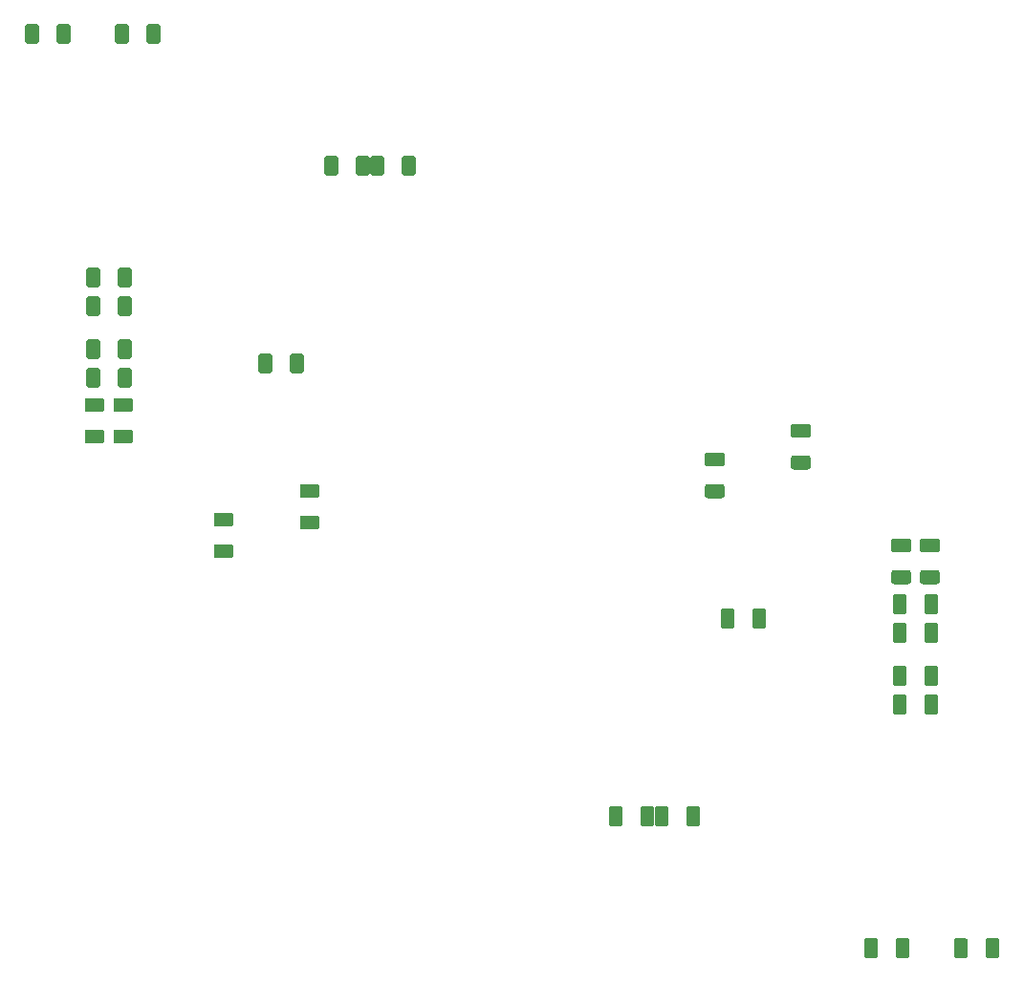
<source format=gbr>
G04 #@! TF.GenerationSoftware,KiCad,Pcbnew,5.1.5-52549c5~84~ubuntu19.10.1*
G04 #@! TF.CreationDate,2020-09-03T13:33:18+03:00*
G04 #@! TF.ProjectId,hymTR_dual,68796d54-525f-4647-9561-6c2e6b696361,rev?*
G04 #@! TF.SameCoordinates,Original*
G04 #@! TF.FileFunction,Paste,Bot*
G04 #@! TF.FilePolarity,Positive*
%FSLAX46Y46*%
G04 Gerber Fmt 4.6, Leading zero omitted, Abs format (unit mm)*
G04 Created by KiCad (PCBNEW 5.1.5-52549c5~84~ubuntu19.10.1) date 2020-09-03 13:33:18*
%MOMM*%
%LPD*%
G04 APERTURE LIST*
%ADD10C,0.100000*%
G04 APERTURE END LIST*
D10*
G36*
X126469504Y-91246204D02*
G01*
X126493773Y-91249804D01*
X126517571Y-91255765D01*
X126540671Y-91264030D01*
X126562849Y-91274520D01*
X126583893Y-91287133D01*
X126603598Y-91301747D01*
X126621777Y-91318223D01*
X126638253Y-91336402D01*
X126652867Y-91356107D01*
X126665480Y-91377151D01*
X126675970Y-91399329D01*
X126684235Y-91422429D01*
X126690196Y-91446227D01*
X126693796Y-91470496D01*
X126695000Y-91495000D01*
X126695000Y-92245000D01*
X126693796Y-92269504D01*
X126690196Y-92293773D01*
X126684235Y-92317571D01*
X126675970Y-92340671D01*
X126665480Y-92362849D01*
X126652867Y-92383893D01*
X126638253Y-92403598D01*
X126621777Y-92421777D01*
X126603598Y-92438253D01*
X126583893Y-92452867D01*
X126562849Y-92465480D01*
X126540671Y-92475970D01*
X126517571Y-92484235D01*
X126493773Y-92490196D01*
X126469504Y-92493796D01*
X126445000Y-92495000D01*
X125195000Y-92495000D01*
X125170496Y-92493796D01*
X125146227Y-92490196D01*
X125122429Y-92484235D01*
X125099329Y-92475970D01*
X125077151Y-92465480D01*
X125056107Y-92452867D01*
X125036402Y-92438253D01*
X125018223Y-92421777D01*
X125001747Y-92403598D01*
X124987133Y-92383893D01*
X124974520Y-92362849D01*
X124964030Y-92340671D01*
X124955765Y-92317571D01*
X124949804Y-92293773D01*
X124946204Y-92269504D01*
X124945000Y-92245000D01*
X124945000Y-91495000D01*
X124946204Y-91470496D01*
X124949804Y-91446227D01*
X124955765Y-91422429D01*
X124964030Y-91399329D01*
X124974520Y-91377151D01*
X124987133Y-91356107D01*
X125001747Y-91336402D01*
X125018223Y-91318223D01*
X125036402Y-91301747D01*
X125056107Y-91287133D01*
X125077151Y-91274520D01*
X125099329Y-91264030D01*
X125122429Y-91255765D01*
X125146227Y-91249804D01*
X125170496Y-91246204D01*
X125195000Y-91245000D01*
X126445000Y-91245000D01*
X126469504Y-91246204D01*
G37*
G36*
X126469504Y-94046204D02*
G01*
X126493773Y-94049804D01*
X126517571Y-94055765D01*
X126540671Y-94064030D01*
X126562849Y-94074520D01*
X126583893Y-94087133D01*
X126603598Y-94101747D01*
X126621777Y-94118223D01*
X126638253Y-94136402D01*
X126652867Y-94156107D01*
X126665480Y-94177151D01*
X126675970Y-94199329D01*
X126684235Y-94222429D01*
X126690196Y-94246227D01*
X126693796Y-94270496D01*
X126695000Y-94295000D01*
X126695000Y-95045000D01*
X126693796Y-95069504D01*
X126690196Y-95093773D01*
X126684235Y-95117571D01*
X126675970Y-95140671D01*
X126665480Y-95162849D01*
X126652867Y-95183893D01*
X126638253Y-95203598D01*
X126621777Y-95221777D01*
X126603598Y-95238253D01*
X126583893Y-95252867D01*
X126562849Y-95265480D01*
X126540671Y-95275970D01*
X126517571Y-95284235D01*
X126493773Y-95290196D01*
X126469504Y-95293796D01*
X126445000Y-95295000D01*
X125195000Y-95295000D01*
X125170496Y-95293796D01*
X125146227Y-95290196D01*
X125122429Y-95284235D01*
X125099329Y-95275970D01*
X125077151Y-95265480D01*
X125056107Y-95252867D01*
X125036402Y-95238253D01*
X125018223Y-95221777D01*
X125001747Y-95203598D01*
X124987133Y-95183893D01*
X124974520Y-95162849D01*
X124964030Y-95140671D01*
X124955765Y-95117571D01*
X124949804Y-95093773D01*
X124946204Y-95069504D01*
X124945000Y-95045000D01*
X124945000Y-94295000D01*
X124946204Y-94270496D01*
X124949804Y-94246227D01*
X124955765Y-94222429D01*
X124964030Y-94199329D01*
X124974520Y-94177151D01*
X124987133Y-94156107D01*
X125001747Y-94136402D01*
X125018223Y-94118223D01*
X125036402Y-94101747D01*
X125056107Y-94087133D01*
X125077151Y-94074520D01*
X125099329Y-94064030D01*
X125122429Y-94055765D01*
X125146227Y-94049804D01*
X125170496Y-94046204D01*
X125195000Y-94045000D01*
X126445000Y-94045000D01*
X126469504Y-94046204D01*
G37*
G36*
X140392004Y-136846204D02*
G01*
X140416273Y-136849804D01*
X140440071Y-136855765D01*
X140463171Y-136864030D01*
X140485349Y-136874520D01*
X140506393Y-136887133D01*
X140526098Y-136901747D01*
X140544277Y-136918223D01*
X140560753Y-136936402D01*
X140575367Y-136956107D01*
X140587980Y-136977151D01*
X140598470Y-136999329D01*
X140606735Y-137022429D01*
X140612696Y-137046227D01*
X140616296Y-137070496D01*
X140617500Y-137095000D01*
X140617500Y-138345000D01*
X140616296Y-138369504D01*
X140612696Y-138393773D01*
X140606735Y-138417571D01*
X140598470Y-138440671D01*
X140587980Y-138462849D01*
X140575367Y-138483893D01*
X140560753Y-138503598D01*
X140544277Y-138521777D01*
X140526098Y-138538253D01*
X140506393Y-138552867D01*
X140485349Y-138565480D01*
X140463171Y-138575970D01*
X140440071Y-138584235D01*
X140416273Y-138590196D01*
X140392004Y-138593796D01*
X140367500Y-138595000D01*
X139617500Y-138595000D01*
X139592996Y-138593796D01*
X139568727Y-138590196D01*
X139544929Y-138584235D01*
X139521829Y-138575970D01*
X139499651Y-138565480D01*
X139478607Y-138552867D01*
X139458902Y-138538253D01*
X139440723Y-138521777D01*
X139424247Y-138503598D01*
X139409633Y-138483893D01*
X139397020Y-138462849D01*
X139386530Y-138440671D01*
X139378265Y-138417571D01*
X139372304Y-138393773D01*
X139368704Y-138369504D01*
X139367500Y-138345000D01*
X139367500Y-137095000D01*
X139368704Y-137070496D01*
X139372304Y-137046227D01*
X139378265Y-137022429D01*
X139386530Y-136999329D01*
X139397020Y-136977151D01*
X139409633Y-136956107D01*
X139424247Y-136936402D01*
X139440723Y-136918223D01*
X139458902Y-136901747D01*
X139478607Y-136887133D01*
X139499651Y-136874520D01*
X139521829Y-136864030D01*
X139544929Y-136855765D01*
X139568727Y-136849804D01*
X139592996Y-136846204D01*
X139617500Y-136845000D01*
X140367500Y-136845000D01*
X140392004Y-136846204D01*
G37*
G36*
X143192004Y-136846204D02*
G01*
X143216273Y-136849804D01*
X143240071Y-136855765D01*
X143263171Y-136864030D01*
X143285349Y-136874520D01*
X143306393Y-136887133D01*
X143326098Y-136901747D01*
X143344277Y-136918223D01*
X143360753Y-136936402D01*
X143375367Y-136956107D01*
X143387980Y-136977151D01*
X143398470Y-136999329D01*
X143406735Y-137022429D01*
X143412696Y-137046227D01*
X143416296Y-137070496D01*
X143417500Y-137095000D01*
X143417500Y-138345000D01*
X143416296Y-138369504D01*
X143412696Y-138393773D01*
X143406735Y-138417571D01*
X143398470Y-138440671D01*
X143387980Y-138462849D01*
X143375367Y-138483893D01*
X143360753Y-138503598D01*
X143344277Y-138521777D01*
X143326098Y-138538253D01*
X143306393Y-138552867D01*
X143285349Y-138565480D01*
X143263171Y-138575970D01*
X143240071Y-138584235D01*
X143216273Y-138590196D01*
X143192004Y-138593796D01*
X143167500Y-138595000D01*
X142417500Y-138595000D01*
X142392996Y-138593796D01*
X142368727Y-138590196D01*
X142344929Y-138584235D01*
X142321829Y-138575970D01*
X142299651Y-138565480D01*
X142278607Y-138552867D01*
X142258902Y-138538253D01*
X142240723Y-138521777D01*
X142224247Y-138503598D01*
X142209633Y-138483893D01*
X142197020Y-138462849D01*
X142186530Y-138440671D01*
X142178265Y-138417571D01*
X142172304Y-138393773D01*
X142168704Y-138369504D01*
X142167500Y-138345000D01*
X142167500Y-137095000D01*
X142168704Y-137070496D01*
X142172304Y-137046227D01*
X142178265Y-137022429D01*
X142186530Y-136999329D01*
X142197020Y-136977151D01*
X142209633Y-136956107D01*
X142224247Y-136936402D01*
X142240723Y-136918223D01*
X142258902Y-136901747D01*
X142278607Y-136887133D01*
X142299651Y-136874520D01*
X142321829Y-136864030D01*
X142344929Y-136855765D01*
X142368727Y-136849804D01*
X142392996Y-136846204D01*
X142417500Y-136845000D01*
X143167500Y-136845000D01*
X143192004Y-136846204D01*
G37*
G36*
X135359504Y-104206204D02*
G01*
X135383773Y-104209804D01*
X135407571Y-104215765D01*
X135430671Y-104224030D01*
X135452849Y-104234520D01*
X135473893Y-104247133D01*
X135493598Y-104261747D01*
X135511777Y-104278223D01*
X135528253Y-104296402D01*
X135542867Y-104316107D01*
X135555480Y-104337151D01*
X135565970Y-104359329D01*
X135574235Y-104382429D01*
X135580196Y-104406227D01*
X135583796Y-104430496D01*
X135585000Y-104455000D01*
X135585000Y-105205000D01*
X135583796Y-105229504D01*
X135580196Y-105253773D01*
X135574235Y-105277571D01*
X135565970Y-105300671D01*
X135555480Y-105322849D01*
X135542867Y-105343893D01*
X135528253Y-105363598D01*
X135511777Y-105381777D01*
X135493598Y-105398253D01*
X135473893Y-105412867D01*
X135452849Y-105425480D01*
X135430671Y-105435970D01*
X135407571Y-105444235D01*
X135383773Y-105450196D01*
X135359504Y-105453796D01*
X135335000Y-105455000D01*
X134085000Y-105455000D01*
X134060496Y-105453796D01*
X134036227Y-105450196D01*
X134012429Y-105444235D01*
X133989329Y-105435970D01*
X133967151Y-105425480D01*
X133946107Y-105412867D01*
X133926402Y-105398253D01*
X133908223Y-105381777D01*
X133891747Y-105363598D01*
X133877133Y-105343893D01*
X133864520Y-105322849D01*
X133854030Y-105300671D01*
X133845765Y-105277571D01*
X133839804Y-105253773D01*
X133836204Y-105229504D01*
X133835000Y-105205000D01*
X133835000Y-104455000D01*
X133836204Y-104430496D01*
X133839804Y-104406227D01*
X133845765Y-104382429D01*
X133854030Y-104359329D01*
X133864520Y-104337151D01*
X133877133Y-104316107D01*
X133891747Y-104296402D01*
X133908223Y-104278223D01*
X133926402Y-104261747D01*
X133946107Y-104247133D01*
X133967151Y-104234520D01*
X133989329Y-104224030D01*
X134012429Y-104215765D01*
X134036227Y-104209804D01*
X134060496Y-104206204D01*
X134085000Y-104205000D01*
X135335000Y-104205000D01*
X135359504Y-104206204D01*
G37*
G36*
X135359504Y-101406204D02*
G01*
X135383773Y-101409804D01*
X135407571Y-101415765D01*
X135430671Y-101424030D01*
X135452849Y-101434520D01*
X135473893Y-101447133D01*
X135493598Y-101461747D01*
X135511777Y-101478223D01*
X135528253Y-101496402D01*
X135542867Y-101516107D01*
X135555480Y-101537151D01*
X135565970Y-101559329D01*
X135574235Y-101582429D01*
X135580196Y-101606227D01*
X135583796Y-101630496D01*
X135585000Y-101655000D01*
X135585000Y-102405000D01*
X135583796Y-102429504D01*
X135580196Y-102453773D01*
X135574235Y-102477571D01*
X135565970Y-102500671D01*
X135555480Y-102522849D01*
X135542867Y-102543893D01*
X135528253Y-102563598D01*
X135511777Y-102581777D01*
X135493598Y-102598253D01*
X135473893Y-102612867D01*
X135452849Y-102625480D01*
X135430671Y-102635970D01*
X135407571Y-102644235D01*
X135383773Y-102650196D01*
X135359504Y-102653796D01*
X135335000Y-102655000D01*
X134085000Y-102655000D01*
X134060496Y-102653796D01*
X134036227Y-102650196D01*
X134012429Y-102644235D01*
X133989329Y-102635970D01*
X133967151Y-102625480D01*
X133946107Y-102612867D01*
X133926402Y-102598253D01*
X133908223Y-102581777D01*
X133891747Y-102563598D01*
X133877133Y-102543893D01*
X133864520Y-102522849D01*
X133854030Y-102500671D01*
X133845765Y-102477571D01*
X133839804Y-102453773D01*
X133836204Y-102429504D01*
X133835000Y-102405000D01*
X133835000Y-101655000D01*
X133836204Y-101630496D01*
X133839804Y-101606227D01*
X133845765Y-101582429D01*
X133854030Y-101559329D01*
X133864520Y-101537151D01*
X133877133Y-101516107D01*
X133891747Y-101496402D01*
X133908223Y-101478223D01*
X133926402Y-101461747D01*
X133946107Y-101447133D01*
X133967151Y-101434520D01*
X133989329Y-101424030D01*
X134012429Y-101415765D01*
X134036227Y-101409804D01*
X134060496Y-101406204D01*
X134085000Y-101405000D01*
X135335000Y-101405000D01*
X135359504Y-101406204D01*
G37*
G36*
X135239504Y-136846204D02*
G01*
X135263773Y-136849804D01*
X135287571Y-136855765D01*
X135310671Y-136864030D01*
X135332849Y-136874520D01*
X135353893Y-136887133D01*
X135373598Y-136901747D01*
X135391777Y-136918223D01*
X135408253Y-136936402D01*
X135422867Y-136956107D01*
X135435480Y-136977151D01*
X135445970Y-136999329D01*
X135454235Y-137022429D01*
X135460196Y-137046227D01*
X135463796Y-137070496D01*
X135465000Y-137095000D01*
X135465000Y-138345000D01*
X135463796Y-138369504D01*
X135460196Y-138393773D01*
X135454235Y-138417571D01*
X135445970Y-138440671D01*
X135435480Y-138462849D01*
X135422867Y-138483893D01*
X135408253Y-138503598D01*
X135391777Y-138521777D01*
X135373598Y-138538253D01*
X135353893Y-138552867D01*
X135332849Y-138565480D01*
X135310671Y-138575970D01*
X135287571Y-138584235D01*
X135263773Y-138590196D01*
X135239504Y-138593796D01*
X135215000Y-138595000D01*
X134465000Y-138595000D01*
X134440496Y-138593796D01*
X134416227Y-138590196D01*
X134392429Y-138584235D01*
X134369329Y-138575970D01*
X134347151Y-138565480D01*
X134326107Y-138552867D01*
X134306402Y-138538253D01*
X134288223Y-138521777D01*
X134271747Y-138503598D01*
X134257133Y-138483893D01*
X134244520Y-138462849D01*
X134234030Y-138440671D01*
X134225765Y-138417571D01*
X134219804Y-138393773D01*
X134216204Y-138369504D01*
X134215000Y-138345000D01*
X134215000Y-137095000D01*
X134216204Y-137070496D01*
X134219804Y-137046227D01*
X134225765Y-137022429D01*
X134234030Y-136999329D01*
X134244520Y-136977151D01*
X134257133Y-136956107D01*
X134271747Y-136936402D01*
X134288223Y-136918223D01*
X134306402Y-136901747D01*
X134326107Y-136887133D01*
X134347151Y-136874520D01*
X134369329Y-136864030D01*
X134392429Y-136855765D01*
X134416227Y-136849804D01*
X134440496Y-136846204D01*
X134465000Y-136845000D01*
X135215000Y-136845000D01*
X135239504Y-136846204D01*
G37*
G36*
X132439504Y-136846204D02*
G01*
X132463773Y-136849804D01*
X132487571Y-136855765D01*
X132510671Y-136864030D01*
X132532849Y-136874520D01*
X132553893Y-136887133D01*
X132573598Y-136901747D01*
X132591777Y-136918223D01*
X132608253Y-136936402D01*
X132622867Y-136956107D01*
X132635480Y-136977151D01*
X132645970Y-136999329D01*
X132654235Y-137022429D01*
X132660196Y-137046227D01*
X132663796Y-137070496D01*
X132665000Y-137095000D01*
X132665000Y-138345000D01*
X132663796Y-138369504D01*
X132660196Y-138393773D01*
X132654235Y-138417571D01*
X132645970Y-138440671D01*
X132635480Y-138462849D01*
X132622867Y-138483893D01*
X132608253Y-138503598D01*
X132591777Y-138521777D01*
X132573598Y-138538253D01*
X132553893Y-138552867D01*
X132532849Y-138565480D01*
X132510671Y-138575970D01*
X132487571Y-138584235D01*
X132463773Y-138590196D01*
X132439504Y-138593796D01*
X132415000Y-138595000D01*
X131665000Y-138595000D01*
X131640496Y-138593796D01*
X131616227Y-138590196D01*
X131592429Y-138584235D01*
X131569329Y-138575970D01*
X131547151Y-138565480D01*
X131526107Y-138552867D01*
X131506402Y-138538253D01*
X131488223Y-138521777D01*
X131471747Y-138503598D01*
X131457133Y-138483893D01*
X131444520Y-138462849D01*
X131434030Y-138440671D01*
X131425765Y-138417571D01*
X131419804Y-138393773D01*
X131416204Y-138369504D01*
X131415000Y-138345000D01*
X131415000Y-137095000D01*
X131416204Y-137070496D01*
X131419804Y-137046227D01*
X131425765Y-137022429D01*
X131434030Y-136999329D01*
X131444520Y-136977151D01*
X131457133Y-136956107D01*
X131471747Y-136936402D01*
X131488223Y-136918223D01*
X131506402Y-136901747D01*
X131526107Y-136887133D01*
X131547151Y-136874520D01*
X131569329Y-136864030D01*
X131592429Y-136855765D01*
X131616227Y-136849804D01*
X131640496Y-136846204D01*
X131665000Y-136845000D01*
X132415000Y-136845000D01*
X132439504Y-136846204D01*
G37*
G36*
X137779504Y-108906204D02*
G01*
X137803773Y-108909804D01*
X137827571Y-108915765D01*
X137850671Y-108924030D01*
X137872849Y-108934520D01*
X137893893Y-108947133D01*
X137913598Y-108961747D01*
X137931777Y-108978223D01*
X137948253Y-108996402D01*
X137962867Y-109016107D01*
X137975480Y-109037151D01*
X137985970Y-109059329D01*
X137994235Y-109082429D01*
X138000196Y-109106227D01*
X138003796Y-109130496D01*
X138005000Y-109155000D01*
X138005000Y-110405000D01*
X138003796Y-110429504D01*
X138000196Y-110453773D01*
X137994235Y-110477571D01*
X137985970Y-110500671D01*
X137975480Y-110522849D01*
X137962867Y-110543893D01*
X137948253Y-110563598D01*
X137931777Y-110581777D01*
X137913598Y-110598253D01*
X137893893Y-110612867D01*
X137872849Y-110625480D01*
X137850671Y-110635970D01*
X137827571Y-110644235D01*
X137803773Y-110650196D01*
X137779504Y-110653796D01*
X137755000Y-110655000D01*
X137005000Y-110655000D01*
X136980496Y-110653796D01*
X136956227Y-110650196D01*
X136932429Y-110644235D01*
X136909329Y-110635970D01*
X136887151Y-110625480D01*
X136866107Y-110612867D01*
X136846402Y-110598253D01*
X136828223Y-110581777D01*
X136811747Y-110563598D01*
X136797133Y-110543893D01*
X136784520Y-110522849D01*
X136774030Y-110500671D01*
X136765765Y-110477571D01*
X136759804Y-110453773D01*
X136756204Y-110429504D01*
X136755000Y-110405000D01*
X136755000Y-109155000D01*
X136756204Y-109130496D01*
X136759804Y-109106227D01*
X136765765Y-109082429D01*
X136774030Y-109059329D01*
X136784520Y-109037151D01*
X136797133Y-109016107D01*
X136811747Y-108996402D01*
X136828223Y-108978223D01*
X136846402Y-108961747D01*
X136866107Y-108947133D01*
X136887151Y-108934520D01*
X136909329Y-108924030D01*
X136932429Y-108915765D01*
X136956227Y-108909804D01*
X136980496Y-108906204D01*
X137005000Y-108905000D01*
X137755000Y-108905000D01*
X137779504Y-108906204D01*
G37*
G36*
X134979504Y-108906204D02*
G01*
X135003773Y-108909804D01*
X135027571Y-108915765D01*
X135050671Y-108924030D01*
X135072849Y-108934520D01*
X135093893Y-108947133D01*
X135113598Y-108961747D01*
X135131777Y-108978223D01*
X135148253Y-108996402D01*
X135162867Y-109016107D01*
X135175480Y-109037151D01*
X135185970Y-109059329D01*
X135194235Y-109082429D01*
X135200196Y-109106227D01*
X135203796Y-109130496D01*
X135205000Y-109155000D01*
X135205000Y-110405000D01*
X135203796Y-110429504D01*
X135200196Y-110453773D01*
X135194235Y-110477571D01*
X135185970Y-110500671D01*
X135175480Y-110522849D01*
X135162867Y-110543893D01*
X135148253Y-110563598D01*
X135131777Y-110581777D01*
X135113598Y-110598253D01*
X135093893Y-110612867D01*
X135072849Y-110625480D01*
X135050671Y-110635970D01*
X135027571Y-110644235D01*
X135003773Y-110650196D01*
X134979504Y-110653796D01*
X134955000Y-110655000D01*
X134205000Y-110655000D01*
X134180496Y-110653796D01*
X134156227Y-110650196D01*
X134132429Y-110644235D01*
X134109329Y-110635970D01*
X134087151Y-110625480D01*
X134066107Y-110612867D01*
X134046402Y-110598253D01*
X134028223Y-110581777D01*
X134011747Y-110563598D01*
X133997133Y-110543893D01*
X133984520Y-110522849D01*
X133974030Y-110500671D01*
X133965765Y-110477571D01*
X133959804Y-110453773D01*
X133956204Y-110429504D01*
X133955000Y-110405000D01*
X133955000Y-109155000D01*
X133956204Y-109130496D01*
X133959804Y-109106227D01*
X133965765Y-109082429D01*
X133974030Y-109059329D01*
X133984520Y-109037151D01*
X133997133Y-109016107D01*
X134011747Y-108996402D01*
X134028223Y-108978223D01*
X134046402Y-108961747D01*
X134066107Y-108947133D01*
X134087151Y-108934520D01*
X134109329Y-108924030D01*
X134132429Y-108915765D01*
X134156227Y-108909804D01*
X134180496Y-108906204D01*
X134205000Y-108905000D01*
X134955000Y-108905000D01*
X134979504Y-108906204D01*
G37*
G36*
X137779504Y-106366204D02*
G01*
X137803773Y-106369804D01*
X137827571Y-106375765D01*
X137850671Y-106384030D01*
X137872849Y-106394520D01*
X137893893Y-106407133D01*
X137913598Y-106421747D01*
X137931777Y-106438223D01*
X137948253Y-106456402D01*
X137962867Y-106476107D01*
X137975480Y-106497151D01*
X137985970Y-106519329D01*
X137994235Y-106542429D01*
X138000196Y-106566227D01*
X138003796Y-106590496D01*
X138005000Y-106615000D01*
X138005000Y-107865000D01*
X138003796Y-107889504D01*
X138000196Y-107913773D01*
X137994235Y-107937571D01*
X137985970Y-107960671D01*
X137975480Y-107982849D01*
X137962867Y-108003893D01*
X137948253Y-108023598D01*
X137931777Y-108041777D01*
X137913598Y-108058253D01*
X137893893Y-108072867D01*
X137872849Y-108085480D01*
X137850671Y-108095970D01*
X137827571Y-108104235D01*
X137803773Y-108110196D01*
X137779504Y-108113796D01*
X137755000Y-108115000D01*
X137005000Y-108115000D01*
X136980496Y-108113796D01*
X136956227Y-108110196D01*
X136932429Y-108104235D01*
X136909329Y-108095970D01*
X136887151Y-108085480D01*
X136866107Y-108072867D01*
X136846402Y-108058253D01*
X136828223Y-108041777D01*
X136811747Y-108023598D01*
X136797133Y-108003893D01*
X136784520Y-107982849D01*
X136774030Y-107960671D01*
X136765765Y-107937571D01*
X136759804Y-107913773D01*
X136756204Y-107889504D01*
X136755000Y-107865000D01*
X136755000Y-106615000D01*
X136756204Y-106590496D01*
X136759804Y-106566227D01*
X136765765Y-106542429D01*
X136774030Y-106519329D01*
X136784520Y-106497151D01*
X136797133Y-106476107D01*
X136811747Y-106456402D01*
X136828223Y-106438223D01*
X136846402Y-106421747D01*
X136866107Y-106407133D01*
X136887151Y-106394520D01*
X136909329Y-106384030D01*
X136932429Y-106375765D01*
X136956227Y-106369804D01*
X136980496Y-106366204D01*
X137005000Y-106365000D01*
X137755000Y-106365000D01*
X137779504Y-106366204D01*
G37*
G36*
X134979504Y-106366204D02*
G01*
X135003773Y-106369804D01*
X135027571Y-106375765D01*
X135050671Y-106384030D01*
X135072849Y-106394520D01*
X135093893Y-106407133D01*
X135113598Y-106421747D01*
X135131777Y-106438223D01*
X135148253Y-106456402D01*
X135162867Y-106476107D01*
X135175480Y-106497151D01*
X135185970Y-106519329D01*
X135194235Y-106542429D01*
X135200196Y-106566227D01*
X135203796Y-106590496D01*
X135205000Y-106615000D01*
X135205000Y-107865000D01*
X135203796Y-107889504D01*
X135200196Y-107913773D01*
X135194235Y-107937571D01*
X135185970Y-107960671D01*
X135175480Y-107982849D01*
X135162867Y-108003893D01*
X135148253Y-108023598D01*
X135131777Y-108041777D01*
X135113598Y-108058253D01*
X135093893Y-108072867D01*
X135072849Y-108085480D01*
X135050671Y-108095970D01*
X135027571Y-108104235D01*
X135003773Y-108110196D01*
X134979504Y-108113796D01*
X134955000Y-108115000D01*
X134205000Y-108115000D01*
X134180496Y-108113796D01*
X134156227Y-108110196D01*
X134132429Y-108104235D01*
X134109329Y-108095970D01*
X134087151Y-108085480D01*
X134066107Y-108072867D01*
X134046402Y-108058253D01*
X134028223Y-108041777D01*
X134011747Y-108023598D01*
X133997133Y-108003893D01*
X133984520Y-107982849D01*
X133974030Y-107960671D01*
X133965765Y-107937571D01*
X133959804Y-107913773D01*
X133956204Y-107889504D01*
X133955000Y-107865000D01*
X133955000Y-106615000D01*
X133956204Y-106590496D01*
X133959804Y-106566227D01*
X133965765Y-106542429D01*
X133974030Y-106519329D01*
X133984520Y-106497151D01*
X133997133Y-106476107D01*
X134011747Y-106456402D01*
X134028223Y-106438223D01*
X134046402Y-106421747D01*
X134066107Y-106407133D01*
X134087151Y-106394520D01*
X134109329Y-106384030D01*
X134132429Y-106375765D01*
X134156227Y-106369804D01*
X134180496Y-106366204D01*
X134205000Y-106365000D01*
X134955000Y-106365000D01*
X134979504Y-106366204D01*
G37*
G36*
X118849504Y-96586204D02*
G01*
X118873773Y-96589804D01*
X118897571Y-96595765D01*
X118920671Y-96604030D01*
X118942849Y-96614520D01*
X118963893Y-96627133D01*
X118983598Y-96641747D01*
X119001777Y-96658223D01*
X119018253Y-96676402D01*
X119032867Y-96696107D01*
X119045480Y-96717151D01*
X119055970Y-96739329D01*
X119064235Y-96762429D01*
X119070196Y-96786227D01*
X119073796Y-96810496D01*
X119075000Y-96835000D01*
X119075000Y-97585000D01*
X119073796Y-97609504D01*
X119070196Y-97633773D01*
X119064235Y-97657571D01*
X119055970Y-97680671D01*
X119045480Y-97702849D01*
X119032867Y-97723893D01*
X119018253Y-97743598D01*
X119001777Y-97761777D01*
X118983598Y-97778253D01*
X118963893Y-97792867D01*
X118942849Y-97805480D01*
X118920671Y-97815970D01*
X118897571Y-97824235D01*
X118873773Y-97830196D01*
X118849504Y-97833796D01*
X118825000Y-97835000D01*
X117575000Y-97835000D01*
X117550496Y-97833796D01*
X117526227Y-97830196D01*
X117502429Y-97824235D01*
X117479329Y-97815970D01*
X117457151Y-97805480D01*
X117436107Y-97792867D01*
X117416402Y-97778253D01*
X117398223Y-97761777D01*
X117381747Y-97743598D01*
X117367133Y-97723893D01*
X117354520Y-97702849D01*
X117344030Y-97680671D01*
X117335765Y-97657571D01*
X117329804Y-97633773D01*
X117326204Y-97609504D01*
X117325000Y-97585000D01*
X117325000Y-96835000D01*
X117326204Y-96810496D01*
X117329804Y-96786227D01*
X117335765Y-96762429D01*
X117344030Y-96739329D01*
X117354520Y-96717151D01*
X117367133Y-96696107D01*
X117381747Y-96676402D01*
X117398223Y-96658223D01*
X117416402Y-96641747D01*
X117436107Y-96627133D01*
X117457151Y-96614520D01*
X117479329Y-96604030D01*
X117502429Y-96595765D01*
X117526227Y-96589804D01*
X117550496Y-96586204D01*
X117575000Y-96585000D01*
X118825000Y-96585000D01*
X118849504Y-96586204D01*
G37*
G36*
X118849504Y-93786204D02*
G01*
X118873773Y-93789804D01*
X118897571Y-93795765D01*
X118920671Y-93804030D01*
X118942849Y-93814520D01*
X118963893Y-93827133D01*
X118983598Y-93841747D01*
X119001777Y-93858223D01*
X119018253Y-93876402D01*
X119032867Y-93896107D01*
X119045480Y-93917151D01*
X119055970Y-93939329D01*
X119064235Y-93962429D01*
X119070196Y-93986227D01*
X119073796Y-94010496D01*
X119075000Y-94035000D01*
X119075000Y-94785000D01*
X119073796Y-94809504D01*
X119070196Y-94833773D01*
X119064235Y-94857571D01*
X119055970Y-94880671D01*
X119045480Y-94902849D01*
X119032867Y-94923893D01*
X119018253Y-94943598D01*
X119001777Y-94961777D01*
X118983598Y-94978253D01*
X118963893Y-94992867D01*
X118942849Y-95005480D01*
X118920671Y-95015970D01*
X118897571Y-95024235D01*
X118873773Y-95030196D01*
X118849504Y-95033796D01*
X118825000Y-95035000D01*
X117575000Y-95035000D01*
X117550496Y-95033796D01*
X117526227Y-95030196D01*
X117502429Y-95024235D01*
X117479329Y-95015970D01*
X117457151Y-95005480D01*
X117436107Y-94992867D01*
X117416402Y-94978253D01*
X117398223Y-94961777D01*
X117381747Y-94943598D01*
X117367133Y-94923893D01*
X117354520Y-94902849D01*
X117344030Y-94880671D01*
X117335765Y-94857571D01*
X117329804Y-94833773D01*
X117326204Y-94809504D01*
X117325000Y-94785000D01*
X117325000Y-94035000D01*
X117326204Y-94010496D01*
X117329804Y-93986227D01*
X117335765Y-93962429D01*
X117344030Y-93939329D01*
X117354520Y-93917151D01*
X117367133Y-93896107D01*
X117381747Y-93876402D01*
X117398223Y-93858223D01*
X117416402Y-93841747D01*
X117436107Y-93827133D01*
X117457151Y-93814520D01*
X117479329Y-93804030D01*
X117502429Y-93795765D01*
X117526227Y-93789804D01*
X117550496Y-93786204D01*
X117575000Y-93785000D01*
X118825000Y-93785000D01*
X118849504Y-93786204D01*
G37*
G36*
X119739504Y-107636204D02*
G01*
X119763773Y-107639804D01*
X119787571Y-107645765D01*
X119810671Y-107654030D01*
X119832849Y-107664520D01*
X119853893Y-107677133D01*
X119873598Y-107691747D01*
X119891777Y-107708223D01*
X119908253Y-107726402D01*
X119922867Y-107746107D01*
X119935480Y-107767151D01*
X119945970Y-107789329D01*
X119954235Y-107812429D01*
X119960196Y-107836227D01*
X119963796Y-107860496D01*
X119965000Y-107885000D01*
X119965000Y-109135000D01*
X119963796Y-109159504D01*
X119960196Y-109183773D01*
X119954235Y-109207571D01*
X119945970Y-109230671D01*
X119935480Y-109252849D01*
X119922867Y-109273893D01*
X119908253Y-109293598D01*
X119891777Y-109311777D01*
X119873598Y-109328253D01*
X119853893Y-109342867D01*
X119832849Y-109355480D01*
X119810671Y-109365970D01*
X119787571Y-109374235D01*
X119763773Y-109380196D01*
X119739504Y-109383796D01*
X119715000Y-109385000D01*
X118965000Y-109385000D01*
X118940496Y-109383796D01*
X118916227Y-109380196D01*
X118892429Y-109374235D01*
X118869329Y-109365970D01*
X118847151Y-109355480D01*
X118826107Y-109342867D01*
X118806402Y-109328253D01*
X118788223Y-109311777D01*
X118771747Y-109293598D01*
X118757133Y-109273893D01*
X118744520Y-109252849D01*
X118734030Y-109230671D01*
X118725765Y-109207571D01*
X118719804Y-109183773D01*
X118716204Y-109159504D01*
X118715000Y-109135000D01*
X118715000Y-107885000D01*
X118716204Y-107860496D01*
X118719804Y-107836227D01*
X118725765Y-107812429D01*
X118734030Y-107789329D01*
X118744520Y-107767151D01*
X118757133Y-107746107D01*
X118771747Y-107726402D01*
X118788223Y-107708223D01*
X118806402Y-107691747D01*
X118826107Y-107677133D01*
X118847151Y-107664520D01*
X118869329Y-107654030D01*
X118892429Y-107645765D01*
X118916227Y-107639804D01*
X118940496Y-107636204D01*
X118965000Y-107635000D01*
X119715000Y-107635000D01*
X119739504Y-107636204D01*
G37*
G36*
X122539504Y-107636204D02*
G01*
X122563773Y-107639804D01*
X122587571Y-107645765D01*
X122610671Y-107654030D01*
X122632849Y-107664520D01*
X122653893Y-107677133D01*
X122673598Y-107691747D01*
X122691777Y-107708223D01*
X122708253Y-107726402D01*
X122722867Y-107746107D01*
X122735480Y-107767151D01*
X122745970Y-107789329D01*
X122754235Y-107812429D01*
X122760196Y-107836227D01*
X122763796Y-107860496D01*
X122765000Y-107885000D01*
X122765000Y-109135000D01*
X122763796Y-109159504D01*
X122760196Y-109183773D01*
X122754235Y-109207571D01*
X122745970Y-109230671D01*
X122735480Y-109252849D01*
X122722867Y-109273893D01*
X122708253Y-109293598D01*
X122691777Y-109311777D01*
X122673598Y-109328253D01*
X122653893Y-109342867D01*
X122632849Y-109355480D01*
X122610671Y-109365970D01*
X122587571Y-109374235D01*
X122563773Y-109380196D01*
X122539504Y-109383796D01*
X122515000Y-109385000D01*
X121765000Y-109385000D01*
X121740496Y-109383796D01*
X121716227Y-109380196D01*
X121692429Y-109374235D01*
X121669329Y-109365970D01*
X121647151Y-109355480D01*
X121626107Y-109342867D01*
X121606402Y-109328253D01*
X121588223Y-109311777D01*
X121571747Y-109293598D01*
X121557133Y-109273893D01*
X121544520Y-109252849D01*
X121534030Y-109230671D01*
X121525765Y-109207571D01*
X121519804Y-109183773D01*
X121516204Y-109159504D01*
X121515000Y-109135000D01*
X121515000Y-107885000D01*
X121516204Y-107860496D01*
X121519804Y-107836227D01*
X121525765Y-107812429D01*
X121534030Y-107789329D01*
X121544520Y-107767151D01*
X121557133Y-107746107D01*
X121571747Y-107726402D01*
X121588223Y-107708223D01*
X121606402Y-107691747D01*
X121626107Y-107677133D01*
X121647151Y-107664520D01*
X121669329Y-107654030D01*
X121692429Y-107645765D01*
X121716227Y-107639804D01*
X121740496Y-107636204D01*
X121765000Y-107635000D01*
X122515000Y-107635000D01*
X122539504Y-107636204D01*
G37*
G36*
X137899504Y-101406204D02*
G01*
X137923773Y-101409804D01*
X137947571Y-101415765D01*
X137970671Y-101424030D01*
X137992849Y-101434520D01*
X138013893Y-101447133D01*
X138033598Y-101461747D01*
X138051777Y-101478223D01*
X138068253Y-101496402D01*
X138082867Y-101516107D01*
X138095480Y-101537151D01*
X138105970Y-101559329D01*
X138114235Y-101582429D01*
X138120196Y-101606227D01*
X138123796Y-101630496D01*
X138125000Y-101655000D01*
X138125000Y-102405000D01*
X138123796Y-102429504D01*
X138120196Y-102453773D01*
X138114235Y-102477571D01*
X138105970Y-102500671D01*
X138095480Y-102522849D01*
X138082867Y-102543893D01*
X138068253Y-102563598D01*
X138051777Y-102581777D01*
X138033598Y-102598253D01*
X138013893Y-102612867D01*
X137992849Y-102625480D01*
X137970671Y-102635970D01*
X137947571Y-102644235D01*
X137923773Y-102650196D01*
X137899504Y-102653796D01*
X137875000Y-102655000D01*
X136625000Y-102655000D01*
X136600496Y-102653796D01*
X136576227Y-102650196D01*
X136552429Y-102644235D01*
X136529329Y-102635970D01*
X136507151Y-102625480D01*
X136486107Y-102612867D01*
X136466402Y-102598253D01*
X136448223Y-102581777D01*
X136431747Y-102563598D01*
X136417133Y-102543893D01*
X136404520Y-102522849D01*
X136394030Y-102500671D01*
X136385765Y-102477571D01*
X136379804Y-102453773D01*
X136376204Y-102429504D01*
X136375000Y-102405000D01*
X136375000Y-101655000D01*
X136376204Y-101630496D01*
X136379804Y-101606227D01*
X136385765Y-101582429D01*
X136394030Y-101559329D01*
X136404520Y-101537151D01*
X136417133Y-101516107D01*
X136431747Y-101496402D01*
X136448223Y-101478223D01*
X136466402Y-101461747D01*
X136486107Y-101447133D01*
X136507151Y-101434520D01*
X136529329Y-101424030D01*
X136552429Y-101415765D01*
X136576227Y-101409804D01*
X136600496Y-101406204D01*
X136625000Y-101405000D01*
X137875000Y-101405000D01*
X137899504Y-101406204D01*
G37*
G36*
X137899504Y-104206204D02*
G01*
X137923773Y-104209804D01*
X137947571Y-104215765D01*
X137970671Y-104224030D01*
X137992849Y-104234520D01*
X138013893Y-104247133D01*
X138033598Y-104261747D01*
X138051777Y-104278223D01*
X138068253Y-104296402D01*
X138082867Y-104316107D01*
X138095480Y-104337151D01*
X138105970Y-104359329D01*
X138114235Y-104382429D01*
X138120196Y-104406227D01*
X138123796Y-104430496D01*
X138125000Y-104455000D01*
X138125000Y-105205000D01*
X138123796Y-105229504D01*
X138120196Y-105253773D01*
X138114235Y-105277571D01*
X138105970Y-105300671D01*
X138095480Y-105322849D01*
X138082867Y-105343893D01*
X138068253Y-105363598D01*
X138051777Y-105381777D01*
X138033598Y-105398253D01*
X138013893Y-105412867D01*
X137992849Y-105425480D01*
X137970671Y-105435970D01*
X137947571Y-105444235D01*
X137923773Y-105450196D01*
X137899504Y-105453796D01*
X137875000Y-105455000D01*
X136625000Y-105455000D01*
X136600496Y-105453796D01*
X136576227Y-105450196D01*
X136552429Y-105444235D01*
X136529329Y-105435970D01*
X136507151Y-105425480D01*
X136486107Y-105412867D01*
X136466402Y-105398253D01*
X136448223Y-105381777D01*
X136431747Y-105363598D01*
X136417133Y-105343893D01*
X136404520Y-105322849D01*
X136394030Y-105300671D01*
X136385765Y-105277571D01*
X136379804Y-105253773D01*
X136376204Y-105229504D01*
X136375000Y-105205000D01*
X136375000Y-104455000D01*
X136376204Y-104430496D01*
X136379804Y-104406227D01*
X136385765Y-104382429D01*
X136394030Y-104359329D01*
X136404520Y-104337151D01*
X136417133Y-104316107D01*
X136431747Y-104296402D01*
X136448223Y-104278223D01*
X136466402Y-104261747D01*
X136486107Y-104247133D01*
X136507151Y-104234520D01*
X136529329Y-104224030D01*
X136552429Y-104215765D01*
X136576227Y-104209804D01*
X136600496Y-104206204D01*
X136625000Y-104205000D01*
X137875000Y-104205000D01*
X137899504Y-104206204D01*
G37*
G36*
X109833504Y-125162204D02*
G01*
X109857773Y-125165804D01*
X109881571Y-125171765D01*
X109904671Y-125180030D01*
X109926849Y-125190520D01*
X109947893Y-125203133D01*
X109967598Y-125217747D01*
X109985777Y-125234223D01*
X110002253Y-125252402D01*
X110016867Y-125272107D01*
X110029480Y-125293151D01*
X110039970Y-125315329D01*
X110048235Y-125338429D01*
X110054196Y-125362227D01*
X110057796Y-125386496D01*
X110059000Y-125411000D01*
X110059000Y-126661000D01*
X110057796Y-126685504D01*
X110054196Y-126709773D01*
X110048235Y-126733571D01*
X110039970Y-126756671D01*
X110029480Y-126778849D01*
X110016867Y-126799893D01*
X110002253Y-126819598D01*
X109985777Y-126837777D01*
X109967598Y-126854253D01*
X109947893Y-126868867D01*
X109926849Y-126881480D01*
X109904671Y-126891970D01*
X109881571Y-126900235D01*
X109857773Y-126906196D01*
X109833504Y-126909796D01*
X109809000Y-126911000D01*
X109059000Y-126911000D01*
X109034496Y-126909796D01*
X109010227Y-126906196D01*
X108986429Y-126900235D01*
X108963329Y-126891970D01*
X108941151Y-126881480D01*
X108920107Y-126868867D01*
X108900402Y-126854253D01*
X108882223Y-126837777D01*
X108865747Y-126819598D01*
X108851133Y-126799893D01*
X108838520Y-126778849D01*
X108828030Y-126756671D01*
X108819765Y-126733571D01*
X108813804Y-126709773D01*
X108810204Y-126685504D01*
X108809000Y-126661000D01*
X108809000Y-125411000D01*
X108810204Y-125386496D01*
X108813804Y-125362227D01*
X108819765Y-125338429D01*
X108828030Y-125315329D01*
X108838520Y-125293151D01*
X108851133Y-125272107D01*
X108865747Y-125252402D01*
X108882223Y-125234223D01*
X108900402Y-125217747D01*
X108920107Y-125203133D01*
X108941151Y-125190520D01*
X108963329Y-125180030D01*
X108986429Y-125171765D01*
X109010227Y-125165804D01*
X109034496Y-125162204D01*
X109059000Y-125161000D01*
X109809000Y-125161000D01*
X109833504Y-125162204D01*
G37*
G36*
X112633504Y-125162204D02*
G01*
X112657773Y-125165804D01*
X112681571Y-125171765D01*
X112704671Y-125180030D01*
X112726849Y-125190520D01*
X112747893Y-125203133D01*
X112767598Y-125217747D01*
X112785777Y-125234223D01*
X112802253Y-125252402D01*
X112816867Y-125272107D01*
X112829480Y-125293151D01*
X112839970Y-125315329D01*
X112848235Y-125338429D01*
X112854196Y-125362227D01*
X112857796Y-125386496D01*
X112859000Y-125411000D01*
X112859000Y-126661000D01*
X112857796Y-126685504D01*
X112854196Y-126709773D01*
X112848235Y-126733571D01*
X112839970Y-126756671D01*
X112829480Y-126778849D01*
X112816867Y-126799893D01*
X112802253Y-126819598D01*
X112785777Y-126837777D01*
X112767598Y-126854253D01*
X112747893Y-126868867D01*
X112726849Y-126881480D01*
X112704671Y-126891970D01*
X112681571Y-126900235D01*
X112657773Y-126906196D01*
X112633504Y-126909796D01*
X112609000Y-126911000D01*
X111859000Y-126911000D01*
X111834496Y-126909796D01*
X111810227Y-126906196D01*
X111786429Y-126900235D01*
X111763329Y-126891970D01*
X111741151Y-126881480D01*
X111720107Y-126868867D01*
X111700402Y-126854253D01*
X111682223Y-126837777D01*
X111665747Y-126819598D01*
X111651133Y-126799893D01*
X111638520Y-126778849D01*
X111628030Y-126756671D01*
X111619765Y-126733571D01*
X111613804Y-126709773D01*
X111610204Y-126685504D01*
X111609000Y-126661000D01*
X111609000Y-125411000D01*
X111610204Y-125386496D01*
X111613804Y-125362227D01*
X111619765Y-125338429D01*
X111628030Y-125315329D01*
X111638520Y-125293151D01*
X111651133Y-125272107D01*
X111665747Y-125252402D01*
X111682223Y-125234223D01*
X111700402Y-125217747D01*
X111720107Y-125203133D01*
X111741151Y-125190520D01*
X111763329Y-125180030D01*
X111786429Y-125171765D01*
X111810227Y-125165804D01*
X111834496Y-125162204D01*
X111859000Y-125161000D01*
X112609000Y-125161000D01*
X112633504Y-125162204D01*
G37*
G36*
X113897504Y-125162204D02*
G01*
X113921773Y-125165804D01*
X113945571Y-125171765D01*
X113968671Y-125180030D01*
X113990849Y-125190520D01*
X114011893Y-125203133D01*
X114031598Y-125217747D01*
X114049777Y-125234223D01*
X114066253Y-125252402D01*
X114080867Y-125272107D01*
X114093480Y-125293151D01*
X114103970Y-125315329D01*
X114112235Y-125338429D01*
X114118196Y-125362227D01*
X114121796Y-125386496D01*
X114123000Y-125411000D01*
X114123000Y-126661000D01*
X114121796Y-126685504D01*
X114118196Y-126709773D01*
X114112235Y-126733571D01*
X114103970Y-126756671D01*
X114093480Y-126778849D01*
X114080867Y-126799893D01*
X114066253Y-126819598D01*
X114049777Y-126837777D01*
X114031598Y-126854253D01*
X114011893Y-126868867D01*
X113990849Y-126881480D01*
X113968671Y-126891970D01*
X113945571Y-126900235D01*
X113921773Y-126906196D01*
X113897504Y-126909796D01*
X113873000Y-126911000D01*
X113123000Y-126911000D01*
X113098496Y-126909796D01*
X113074227Y-126906196D01*
X113050429Y-126900235D01*
X113027329Y-126891970D01*
X113005151Y-126881480D01*
X112984107Y-126868867D01*
X112964402Y-126854253D01*
X112946223Y-126837777D01*
X112929747Y-126819598D01*
X112915133Y-126799893D01*
X112902520Y-126778849D01*
X112892030Y-126756671D01*
X112883765Y-126733571D01*
X112877804Y-126709773D01*
X112874204Y-126685504D01*
X112873000Y-126661000D01*
X112873000Y-125411000D01*
X112874204Y-125386496D01*
X112877804Y-125362227D01*
X112883765Y-125338429D01*
X112892030Y-125315329D01*
X112902520Y-125293151D01*
X112915133Y-125272107D01*
X112929747Y-125252402D01*
X112946223Y-125234223D01*
X112964402Y-125217747D01*
X112984107Y-125203133D01*
X113005151Y-125190520D01*
X113027329Y-125180030D01*
X113050429Y-125171765D01*
X113074227Y-125165804D01*
X113098496Y-125162204D01*
X113123000Y-125161000D01*
X113873000Y-125161000D01*
X113897504Y-125162204D01*
G37*
G36*
X116697504Y-125162204D02*
G01*
X116721773Y-125165804D01*
X116745571Y-125171765D01*
X116768671Y-125180030D01*
X116790849Y-125190520D01*
X116811893Y-125203133D01*
X116831598Y-125217747D01*
X116849777Y-125234223D01*
X116866253Y-125252402D01*
X116880867Y-125272107D01*
X116893480Y-125293151D01*
X116903970Y-125315329D01*
X116912235Y-125338429D01*
X116918196Y-125362227D01*
X116921796Y-125386496D01*
X116923000Y-125411000D01*
X116923000Y-126661000D01*
X116921796Y-126685504D01*
X116918196Y-126709773D01*
X116912235Y-126733571D01*
X116903970Y-126756671D01*
X116893480Y-126778849D01*
X116880867Y-126799893D01*
X116866253Y-126819598D01*
X116849777Y-126837777D01*
X116831598Y-126854253D01*
X116811893Y-126868867D01*
X116790849Y-126881480D01*
X116768671Y-126891970D01*
X116745571Y-126900235D01*
X116721773Y-126906196D01*
X116697504Y-126909796D01*
X116673000Y-126911000D01*
X115923000Y-126911000D01*
X115898496Y-126909796D01*
X115874227Y-126906196D01*
X115850429Y-126900235D01*
X115827329Y-126891970D01*
X115805151Y-126881480D01*
X115784107Y-126868867D01*
X115764402Y-126854253D01*
X115746223Y-126837777D01*
X115729747Y-126819598D01*
X115715133Y-126799893D01*
X115702520Y-126778849D01*
X115692030Y-126756671D01*
X115683765Y-126733571D01*
X115677804Y-126709773D01*
X115674204Y-126685504D01*
X115673000Y-126661000D01*
X115673000Y-125411000D01*
X115674204Y-125386496D01*
X115677804Y-125362227D01*
X115683765Y-125338429D01*
X115692030Y-125315329D01*
X115702520Y-125293151D01*
X115715133Y-125272107D01*
X115729747Y-125252402D01*
X115746223Y-125234223D01*
X115764402Y-125217747D01*
X115784107Y-125203133D01*
X115805151Y-125190520D01*
X115827329Y-125180030D01*
X115850429Y-125171765D01*
X115874227Y-125165804D01*
X115898496Y-125162204D01*
X115923000Y-125161000D01*
X116673000Y-125161000D01*
X116697504Y-125162204D01*
G37*
G36*
X137779504Y-115256204D02*
G01*
X137803773Y-115259804D01*
X137827571Y-115265765D01*
X137850671Y-115274030D01*
X137872849Y-115284520D01*
X137893893Y-115297133D01*
X137913598Y-115311747D01*
X137931777Y-115328223D01*
X137948253Y-115346402D01*
X137962867Y-115366107D01*
X137975480Y-115387151D01*
X137985970Y-115409329D01*
X137994235Y-115432429D01*
X138000196Y-115456227D01*
X138003796Y-115480496D01*
X138005000Y-115505000D01*
X138005000Y-116755000D01*
X138003796Y-116779504D01*
X138000196Y-116803773D01*
X137994235Y-116827571D01*
X137985970Y-116850671D01*
X137975480Y-116872849D01*
X137962867Y-116893893D01*
X137948253Y-116913598D01*
X137931777Y-116931777D01*
X137913598Y-116948253D01*
X137893893Y-116962867D01*
X137872849Y-116975480D01*
X137850671Y-116985970D01*
X137827571Y-116994235D01*
X137803773Y-117000196D01*
X137779504Y-117003796D01*
X137755000Y-117005000D01*
X137005000Y-117005000D01*
X136980496Y-117003796D01*
X136956227Y-117000196D01*
X136932429Y-116994235D01*
X136909329Y-116985970D01*
X136887151Y-116975480D01*
X136866107Y-116962867D01*
X136846402Y-116948253D01*
X136828223Y-116931777D01*
X136811747Y-116913598D01*
X136797133Y-116893893D01*
X136784520Y-116872849D01*
X136774030Y-116850671D01*
X136765765Y-116827571D01*
X136759804Y-116803773D01*
X136756204Y-116779504D01*
X136755000Y-116755000D01*
X136755000Y-115505000D01*
X136756204Y-115480496D01*
X136759804Y-115456227D01*
X136765765Y-115432429D01*
X136774030Y-115409329D01*
X136784520Y-115387151D01*
X136797133Y-115366107D01*
X136811747Y-115346402D01*
X136828223Y-115328223D01*
X136846402Y-115311747D01*
X136866107Y-115297133D01*
X136887151Y-115284520D01*
X136909329Y-115274030D01*
X136932429Y-115265765D01*
X136956227Y-115259804D01*
X136980496Y-115256204D01*
X137005000Y-115255000D01*
X137755000Y-115255000D01*
X137779504Y-115256204D01*
G37*
G36*
X134979504Y-115256204D02*
G01*
X135003773Y-115259804D01*
X135027571Y-115265765D01*
X135050671Y-115274030D01*
X135072849Y-115284520D01*
X135093893Y-115297133D01*
X135113598Y-115311747D01*
X135131777Y-115328223D01*
X135148253Y-115346402D01*
X135162867Y-115366107D01*
X135175480Y-115387151D01*
X135185970Y-115409329D01*
X135194235Y-115432429D01*
X135200196Y-115456227D01*
X135203796Y-115480496D01*
X135205000Y-115505000D01*
X135205000Y-116755000D01*
X135203796Y-116779504D01*
X135200196Y-116803773D01*
X135194235Y-116827571D01*
X135185970Y-116850671D01*
X135175480Y-116872849D01*
X135162867Y-116893893D01*
X135148253Y-116913598D01*
X135131777Y-116931777D01*
X135113598Y-116948253D01*
X135093893Y-116962867D01*
X135072849Y-116975480D01*
X135050671Y-116985970D01*
X135027571Y-116994235D01*
X135003773Y-117000196D01*
X134979504Y-117003796D01*
X134955000Y-117005000D01*
X134205000Y-117005000D01*
X134180496Y-117003796D01*
X134156227Y-117000196D01*
X134132429Y-116994235D01*
X134109329Y-116985970D01*
X134087151Y-116975480D01*
X134066107Y-116962867D01*
X134046402Y-116948253D01*
X134028223Y-116931777D01*
X134011747Y-116913598D01*
X133997133Y-116893893D01*
X133984520Y-116872849D01*
X133974030Y-116850671D01*
X133965765Y-116827571D01*
X133959804Y-116803773D01*
X133956204Y-116779504D01*
X133955000Y-116755000D01*
X133955000Y-115505000D01*
X133956204Y-115480496D01*
X133959804Y-115456227D01*
X133965765Y-115432429D01*
X133974030Y-115409329D01*
X133984520Y-115387151D01*
X133997133Y-115366107D01*
X134011747Y-115346402D01*
X134028223Y-115328223D01*
X134046402Y-115311747D01*
X134066107Y-115297133D01*
X134087151Y-115284520D01*
X134109329Y-115274030D01*
X134132429Y-115265765D01*
X134156227Y-115259804D01*
X134180496Y-115256204D01*
X134205000Y-115255000D01*
X134955000Y-115255000D01*
X134979504Y-115256204D01*
G37*
G36*
X137779504Y-112716204D02*
G01*
X137803773Y-112719804D01*
X137827571Y-112725765D01*
X137850671Y-112734030D01*
X137872849Y-112744520D01*
X137893893Y-112757133D01*
X137913598Y-112771747D01*
X137931777Y-112788223D01*
X137948253Y-112806402D01*
X137962867Y-112826107D01*
X137975480Y-112847151D01*
X137985970Y-112869329D01*
X137994235Y-112892429D01*
X138000196Y-112916227D01*
X138003796Y-112940496D01*
X138005000Y-112965000D01*
X138005000Y-114215000D01*
X138003796Y-114239504D01*
X138000196Y-114263773D01*
X137994235Y-114287571D01*
X137985970Y-114310671D01*
X137975480Y-114332849D01*
X137962867Y-114353893D01*
X137948253Y-114373598D01*
X137931777Y-114391777D01*
X137913598Y-114408253D01*
X137893893Y-114422867D01*
X137872849Y-114435480D01*
X137850671Y-114445970D01*
X137827571Y-114454235D01*
X137803773Y-114460196D01*
X137779504Y-114463796D01*
X137755000Y-114465000D01*
X137005000Y-114465000D01*
X136980496Y-114463796D01*
X136956227Y-114460196D01*
X136932429Y-114454235D01*
X136909329Y-114445970D01*
X136887151Y-114435480D01*
X136866107Y-114422867D01*
X136846402Y-114408253D01*
X136828223Y-114391777D01*
X136811747Y-114373598D01*
X136797133Y-114353893D01*
X136784520Y-114332849D01*
X136774030Y-114310671D01*
X136765765Y-114287571D01*
X136759804Y-114263773D01*
X136756204Y-114239504D01*
X136755000Y-114215000D01*
X136755000Y-112965000D01*
X136756204Y-112940496D01*
X136759804Y-112916227D01*
X136765765Y-112892429D01*
X136774030Y-112869329D01*
X136784520Y-112847151D01*
X136797133Y-112826107D01*
X136811747Y-112806402D01*
X136828223Y-112788223D01*
X136846402Y-112771747D01*
X136866107Y-112757133D01*
X136887151Y-112744520D01*
X136909329Y-112734030D01*
X136932429Y-112725765D01*
X136956227Y-112719804D01*
X136980496Y-112716204D01*
X137005000Y-112715000D01*
X137755000Y-112715000D01*
X137779504Y-112716204D01*
G37*
G36*
X134979504Y-112716204D02*
G01*
X135003773Y-112719804D01*
X135027571Y-112725765D01*
X135050671Y-112734030D01*
X135072849Y-112744520D01*
X135093893Y-112757133D01*
X135113598Y-112771747D01*
X135131777Y-112788223D01*
X135148253Y-112806402D01*
X135162867Y-112826107D01*
X135175480Y-112847151D01*
X135185970Y-112869329D01*
X135194235Y-112892429D01*
X135200196Y-112916227D01*
X135203796Y-112940496D01*
X135205000Y-112965000D01*
X135205000Y-114215000D01*
X135203796Y-114239504D01*
X135200196Y-114263773D01*
X135194235Y-114287571D01*
X135185970Y-114310671D01*
X135175480Y-114332849D01*
X135162867Y-114353893D01*
X135148253Y-114373598D01*
X135131777Y-114391777D01*
X135113598Y-114408253D01*
X135093893Y-114422867D01*
X135072849Y-114435480D01*
X135050671Y-114445970D01*
X135027571Y-114454235D01*
X135003773Y-114460196D01*
X134979504Y-114463796D01*
X134955000Y-114465000D01*
X134205000Y-114465000D01*
X134180496Y-114463796D01*
X134156227Y-114460196D01*
X134132429Y-114454235D01*
X134109329Y-114445970D01*
X134087151Y-114435480D01*
X134066107Y-114422867D01*
X134046402Y-114408253D01*
X134028223Y-114391777D01*
X134011747Y-114373598D01*
X133997133Y-114353893D01*
X133984520Y-114332849D01*
X133974030Y-114310671D01*
X133965765Y-114287571D01*
X133959804Y-114263773D01*
X133956204Y-114239504D01*
X133955000Y-114215000D01*
X133955000Y-112965000D01*
X133956204Y-112940496D01*
X133959804Y-112916227D01*
X133965765Y-112892429D01*
X133974030Y-112869329D01*
X133984520Y-112847151D01*
X133997133Y-112826107D01*
X134011747Y-112806402D01*
X134028223Y-112788223D01*
X134046402Y-112771747D01*
X134066107Y-112757133D01*
X134087151Y-112744520D01*
X134109329Y-112734030D01*
X134132429Y-112725765D01*
X134156227Y-112719804D01*
X134180496Y-112716204D01*
X134205000Y-112715000D01*
X134955000Y-112715000D01*
X134979504Y-112716204D01*
G37*
G36*
X63939504Y-88946204D02*
G01*
X63963773Y-88949804D01*
X63987571Y-88955765D01*
X64010671Y-88964030D01*
X64032849Y-88974520D01*
X64053893Y-88987133D01*
X64073598Y-89001747D01*
X64091777Y-89018223D01*
X64108253Y-89036402D01*
X64122867Y-89056107D01*
X64135480Y-89077151D01*
X64145970Y-89099329D01*
X64154235Y-89122429D01*
X64160196Y-89146227D01*
X64163796Y-89170496D01*
X64165000Y-89195000D01*
X64165000Y-89945000D01*
X64163796Y-89969504D01*
X64160196Y-89993773D01*
X64154235Y-90017571D01*
X64145970Y-90040671D01*
X64135480Y-90062849D01*
X64122867Y-90083893D01*
X64108253Y-90103598D01*
X64091777Y-90121777D01*
X64073598Y-90138253D01*
X64053893Y-90152867D01*
X64032849Y-90165480D01*
X64010671Y-90175970D01*
X63987571Y-90184235D01*
X63963773Y-90190196D01*
X63939504Y-90193796D01*
X63915000Y-90195000D01*
X62665000Y-90195000D01*
X62640496Y-90193796D01*
X62616227Y-90190196D01*
X62592429Y-90184235D01*
X62569329Y-90175970D01*
X62547151Y-90165480D01*
X62526107Y-90152867D01*
X62506402Y-90138253D01*
X62488223Y-90121777D01*
X62471747Y-90103598D01*
X62457133Y-90083893D01*
X62444520Y-90062849D01*
X62434030Y-90040671D01*
X62425765Y-90017571D01*
X62419804Y-89993773D01*
X62416204Y-89969504D01*
X62415000Y-89945000D01*
X62415000Y-89195000D01*
X62416204Y-89170496D01*
X62419804Y-89146227D01*
X62425765Y-89122429D01*
X62434030Y-89099329D01*
X62444520Y-89077151D01*
X62457133Y-89056107D01*
X62471747Y-89036402D01*
X62488223Y-89018223D01*
X62506402Y-89001747D01*
X62526107Y-88987133D01*
X62547151Y-88974520D01*
X62569329Y-88964030D01*
X62592429Y-88955765D01*
X62616227Y-88949804D01*
X62640496Y-88946204D01*
X62665000Y-88945000D01*
X63915000Y-88945000D01*
X63939504Y-88946204D01*
G37*
G36*
X63939504Y-91746204D02*
G01*
X63963773Y-91749804D01*
X63987571Y-91755765D01*
X64010671Y-91764030D01*
X64032849Y-91774520D01*
X64053893Y-91787133D01*
X64073598Y-91801747D01*
X64091777Y-91818223D01*
X64108253Y-91836402D01*
X64122867Y-91856107D01*
X64135480Y-91877151D01*
X64145970Y-91899329D01*
X64154235Y-91922429D01*
X64160196Y-91946227D01*
X64163796Y-91970496D01*
X64165000Y-91995000D01*
X64165000Y-92745000D01*
X64163796Y-92769504D01*
X64160196Y-92793773D01*
X64154235Y-92817571D01*
X64145970Y-92840671D01*
X64135480Y-92862849D01*
X64122867Y-92883893D01*
X64108253Y-92903598D01*
X64091777Y-92921777D01*
X64073598Y-92938253D01*
X64053893Y-92952867D01*
X64032849Y-92965480D01*
X64010671Y-92975970D01*
X63987571Y-92984235D01*
X63963773Y-92990196D01*
X63939504Y-92993796D01*
X63915000Y-92995000D01*
X62665000Y-92995000D01*
X62640496Y-92993796D01*
X62616227Y-92990196D01*
X62592429Y-92984235D01*
X62569329Y-92975970D01*
X62547151Y-92965480D01*
X62526107Y-92952867D01*
X62506402Y-92938253D01*
X62488223Y-92921777D01*
X62471747Y-92903598D01*
X62457133Y-92883893D01*
X62444520Y-92862849D01*
X62434030Y-92840671D01*
X62425765Y-92817571D01*
X62419804Y-92793773D01*
X62416204Y-92769504D01*
X62415000Y-92745000D01*
X62415000Y-91995000D01*
X62416204Y-91970496D01*
X62419804Y-91946227D01*
X62425765Y-91922429D01*
X62434030Y-91899329D01*
X62444520Y-91877151D01*
X62457133Y-91856107D01*
X62471747Y-91836402D01*
X62488223Y-91818223D01*
X62506402Y-91801747D01*
X62526107Y-91787133D01*
X62547151Y-91774520D01*
X62569329Y-91764030D01*
X62592429Y-91755765D01*
X62616227Y-91749804D01*
X62640496Y-91746204D01*
X62665000Y-91745000D01*
X63915000Y-91745000D01*
X63939504Y-91746204D01*
G37*
G36*
X58147004Y-55806204D02*
G01*
X58171273Y-55809804D01*
X58195071Y-55815765D01*
X58218171Y-55824030D01*
X58240349Y-55834520D01*
X58261393Y-55847133D01*
X58281098Y-55861747D01*
X58299277Y-55878223D01*
X58315753Y-55896402D01*
X58330367Y-55916107D01*
X58342980Y-55937151D01*
X58353470Y-55959329D01*
X58361735Y-55982429D01*
X58367696Y-56006227D01*
X58371296Y-56030496D01*
X58372500Y-56055000D01*
X58372500Y-57305000D01*
X58371296Y-57329504D01*
X58367696Y-57353773D01*
X58361735Y-57377571D01*
X58353470Y-57400671D01*
X58342980Y-57422849D01*
X58330367Y-57443893D01*
X58315753Y-57463598D01*
X58299277Y-57481777D01*
X58281098Y-57498253D01*
X58261393Y-57512867D01*
X58240349Y-57525480D01*
X58218171Y-57535970D01*
X58195071Y-57544235D01*
X58171273Y-57550196D01*
X58147004Y-57553796D01*
X58122500Y-57555000D01*
X57372500Y-57555000D01*
X57347996Y-57553796D01*
X57323727Y-57550196D01*
X57299929Y-57544235D01*
X57276829Y-57535970D01*
X57254651Y-57525480D01*
X57233607Y-57512867D01*
X57213902Y-57498253D01*
X57195723Y-57481777D01*
X57179247Y-57463598D01*
X57164633Y-57443893D01*
X57152020Y-57422849D01*
X57141530Y-57400671D01*
X57133265Y-57377571D01*
X57127304Y-57353773D01*
X57123704Y-57329504D01*
X57122500Y-57305000D01*
X57122500Y-56055000D01*
X57123704Y-56030496D01*
X57127304Y-56006227D01*
X57133265Y-55982429D01*
X57141530Y-55959329D01*
X57152020Y-55937151D01*
X57164633Y-55916107D01*
X57179247Y-55896402D01*
X57195723Y-55878223D01*
X57213902Y-55861747D01*
X57233607Y-55847133D01*
X57254651Y-55834520D01*
X57276829Y-55824030D01*
X57299929Y-55815765D01*
X57323727Y-55809804D01*
X57347996Y-55806204D01*
X57372500Y-55805000D01*
X58122500Y-55805000D01*
X58147004Y-55806204D01*
G37*
G36*
X60947004Y-55806204D02*
G01*
X60971273Y-55809804D01*
X60995071Y-55815765D01*
X61018171Y-55824030D01*
X61040349Y-55834520D01*
X61061393Y-55847133D01*
X61081098Y-55861747D01*
X61099277Y-55878223D01*
X61115753Y-55896402D01*
X61130367Y-55916107D01*
X61142980Y-55937151D01*
X61153470Y-55959329D01*
X61161735Y-55982429D01*
X61167696Y-56006227D01*
X61171296Y-56030496D01*
X61172500Y-56055000D01*
X61172500Y-57305000D01*
X61171296Y-57329504D01*
X61167696Y-57353773D01*
X61161735Y-57377571D01*
X61153470Y-57400671D01*
X61142980Y-57422849D01*
X61130367Y-57443893D01*
X61115753Y-57463598D01*
X61099277Y-57481777D01*
X61081098Y-57498253D01*
X61061393Y-57512867D01*
X61040349Y-57525480D01*
X61018171Y-57535970D01*
X60995071Y-57544235D01*
X60971273Y-57550196D01*
X60947004Y-57553796D01*
X60922500Y-57555000D01*
X60172500Y-57555000D01*
X60147996Y-57553796D01*
X60123727Y-57550196D01*
X60099929Y-57544235D01*
X60076829Y-57535970D01*
X60054651Y-57525480D01*
X60033607Y-57512867D01*
X60013902Y-57498253D01*
X59995723Y-57481777D01*
X59979247Y-57463598D01*
X59964633Y-57443893D01*
X59952020Y-57422849D01*
X59941530Y-57400671D01*
X59933265Y-57377571D01*
X59927304Y-57353773D01*
X59923704Y-57329504D01*
X59922500Y-57305000D01*
X59922500Y-56055000D01*
X59923704Y-56030496D01*
X59927304Y-56006227D01*
X59933265Y-55982429D01*
X59941530Y-55959329D01*
X59952020Y-55937151D01*
X59964633Y-55916107D01*
X59979247Y-55896402D01*
X59995723Y-55878223D01*
X60013902Y-55861747D01*
X60033607Y-55847133D01*
X60054651Y-55834520D01*
X60076829Y-55824030D01*
X60099929Y-55815765D01*
X60123727Y-55809804D01*
X60147996Y-55806204D01*
X60172500Y-55805000D01*
X60922500Y-55805000D01*
X60947004Y-55806204D01*
G37*
G36*
X66359504Y-79936204D02*
G01*
X66383773Y-79939804D01*
X66407571Y-79945765D01*
X66430671Y-79954030D01*
X66452849Y-79964520D01*
X66473893Y-79977133D01*
X66493598Y-79991747D01*
X66511777Y-80008223D01*
X66528253Y-80026402D01*
X66542867Y-80046107D01*
X66555480Y-80067151D01*
X66565970Y-80089329D01*
X66574235Y-80112429D01*
X66580196Y-80136227D01*
X66583796Y-80160496D01*
X66585000Y-80185000D01*
X66585000Y-81435000D01*
X66583796Y-81459504D01*
X66580196Y-81483773D01*
X66574235Y-81507571D01*
X66565970Y-81530671D01*
X66555480Y-81552849D01*
X66542867Y-81573893D01*
X66528253Y-81593598D01*
X66511777Y-81611777D01*
X66493598Y-81628253D01*
X66473893Y-81642867D01*
X66452849Y-81655480D01*
X66430671Y-81665970D01*
X66407571Y-81674235D01*
X66383773Y-81680196D01*
X66359504Y-81683796D01*
X66335000Y-81685000D01*
X65585000Y-81685000D01*
X65560496Y-81683796D01*
X65536227Y-81680196D01*
X65512429Y-81674235D01*
X65489329Y-81665970D01*
X65467151Y-81655480D01*
X65446107Y-81642867D01*
X65426402Y-81628253D01*
X65408223Y-81611777D01*
X65391747Y-81593598D01*
X65377133Y-81573893D01*
X65364520Y-81552849D01*
X65354030Y-81530671D01*
X65345765Y-81507571D01*
X65339804Y-81483773D01*
X65336204Y-81459504D01*
X65335000Y-81435000D01*
X65335000Y-80185000D01*
X65336204Y-80160496D01*
X65339804Y-80136227D01*
X65345765Y-80112429D01*
X65354030Y-80089329D01*
X65364520Y-80067151D01*
X65377133Y-80046107D01*
X65391747Y-80026402D01*
X65408223Y-80008223D01*
X65426402Y-79991747D01*
X65446107Y-79977133D01*
X65467151Y-79964520D01*
X65489329Y-79954030D01*
X65512429Y-79945765D01*
X65536227Y-79939804D01*
X65560496Y-79936204D01*
X65585000Y-79935000D01*
X66335000Y-79935000D01*
X66359504Y-79936204D01*
G37*
G36*
X63559504Y-79936204D02*
G01*
X63583773Y-79939804D01*
X63607571Y-79945765D01*
X63630671Y-79954030D01*
X63652849Y-79964520D01*
X63673893Y-79977133D01*
X63693598Y-79991747D01*
X63711777Y-80008223D01*
X63728253Y-80026402D01*
X63742867Y-80046107D01*
X63755480Y-80067151D01*
X63765970Y-80089329D01*
X63774235Y-80112429D01*
X63780196Y-80136227D01*
X63783796Y-80160496D01*
X63785000Y-80185000D01*
X63785000Y-81435000D01*
X63783796Y-81459504D01*
X63780196Y-81483773D01*
X63774235Y-81507571D01*
X63765970Y-81530671D01*
X63755480Y-81552849D01*
X63742867Y-81573893D01*
X63728253Y-81593598D01*
X63711777Y-81611777D01*
X63693598Y-81628253D01*
X63673893Y-81642867D01*
X63652849Y-81655480D01*
X63630671Y-81665970D01*
X63607571Y-81674235D01*
X63583773Y-81680196D01*
X63559504Y-81683796D01*
X63535000Y-81685000D01*
X62785000Y-81685000D01*
X62760496Y-81683796D01*
X62736227Y-81680196D01*
X62712429Y-81674235D01*
X62689329Y-81665970D01*
X62667151Y-81655480D01*
X62646107Y-81642867D01*
X62626402Y-81628253D01*
X62608223Y-81611777D01*
X62591747Y-81593598D01*
X62577133Y-81573893D01*
X62564520Y-81552849D01*
X62554030Y-81530671D01*
X62545765Y-81507571D01*
X62539804Y-81483773D01*
X62536204Y-81459504D01*
X62535000Y-81435000D01*
X62535000Y-80185000D01*
X62536204Y-80160496D01*
X62539804Y-80136227D01*
X62545765Y-80112429D01*
X62554030Y-80089329D01*
X62564520Y-80067151D01*
X62577133Y-80046107D01*
X62591747Y-80026402D01*
X62608223Y-80008223D01*
X62626402Y-79991747D01*
X62646107Y-79977133D01*
X62667151Y-79964520D01*
X62689329Y-79954030D01*
X62712429Y-79945765D01*
X62736227Y-79939804D01*
X62760496Y-79936204D01*
X62785000Y-79935000D01*
X63535000Y-79935000D01*
X63559504Y-79936204D01*
G37*
G36*
X75369504Y-99106204D02*
G01*
X75393773Y-99109804D01*
X75417571Y-99115765D01*
X75440671Y-99124030D01*
X75462849Y-99134520D01*
X75483893Y-99147133D01*
X75503598Y-99161747D01*
X75521777Y-99178223D01*
X75538253Y-99196402D01*
X75552867Y-99216107D01*
X75565480Y-99237151D01*
X75575970Y-99259329D01*
X75584235Y-99282429D01*
X75590196Y-99306227D01*
X75593796Y-99330496D01*
X75595000Y-99355000D01*
X75595000Y-100105000D01*
X75593796Y-100129504D01*
X75590196Y-100153773D01*
X75584235Y-100177571D01*
X75575970Y-100200671D01*
X75565480Y-100222849D01*
X75552867Y-100243893D01*
X75538253Y-100263598D01*
X75521777Y-100281777D01*
X75503598Y-100298253D01*
X75483893Y-100312867D01*
X75462849Y-100325480D01*
X75440671Y-100335970D01*
X75417571Y-100344235D01*
X75393773Y-100350196D01*
X75369504Y-100353796D01*
X75345000Y-100355000D01*
X74095000Y-100355000D01*
X74070496Y-100353796D01*
X74046227Y-100350196D01*
X74022429Y-100344235D01*
X73999329Y-100335970D01*
X73977151Y-100325480D01*
X73956107Y-100312867D01*
X73936402Y-100298253D01*
X73918223Y-100281777D01*
X73901747Y-100263598D01*
X73887133Y-100243893D01*
X73874520Y-100222849D01*
X73864030Y-100200671D01*
X73855765Y-100177571D01*
X73849804Y-100153773D01*
X73846204Y-100129504D01*
X73845000Y-100105000D01*
X73845000Y-99355000D01*
X73846204Y-99330496D01*
X73849804Y-99306227D01*
X73855765Y-99282429D01*
X73864030Y-99259329D01*
X73874520Y-99237151D01*
X73887133Y-99216107D01*
X73901747Y-99196402D01*
X73918223Y-99178223D01*
X73936402Y-99161747D01*
X73956107Y-99147133D01*
X73977151Y-99134520D01*
X73999329Y-99124030D01*
X74022429Y-99115765D01*
X74046227Y-99109804D01*
X74070496Y-99106204D01*
X74095000Y-99105000D01*
X75345000Y-99105000D01*
X75369504Y-99106204D01*
G37*
G36*
X75369504Y-101906204D02*
G01*
X75393773Y-101909804D01*
X75417571Y-101915765D01*
X75440671Y-101924030D01*
X75462849Y-101934520D01*
X75483893Y-101947133D01*
X75503598Y-101961747D01*
X75521777Y-101978223D01*
X75538253Y-101996402D01*
X75552867Y-102016107D01*
X75565480Y-102037151D01*
X75575970Y-102059329D01*
X75584235Y-102082429D01*
X75590196Y-102106227D01*
X75593796Y-102130496D01*
X75595000Y-102155000D01*
X75595000Y-102905000D01*
X75593796Y-102929504D01*
X75590196Y-102953773D01*
X75584235Y-102977571D01*
X75575970Y-103000671D01*
X75565480Y-103022849D01*
X75552867Y-103043893D01*
X75538253Y-103063598D01*
X75521777Y-103081777D01*
X75503598Y-103098253D01*
X75483893Y-103112867D01*
X75462849Y-103125480D01*
X75440671Y-103135970D01*
X75417571Y-103144235D01*
X75393773Y-103150196D01*
X75369504Y-103153796D01*
X75345000Y-103155000D01*
X74095000Y-103155000D01*
X74070496Y-103153796D01*
X74046227Y-103150196D01*
X74022429Y-103144235D01*
X73999329Y-103135970D01*
X73977151Y-103125480D01*
X73956107Y-103112867D01*
X73936402Y-103098253D01*
X73918223Y-103081777D01*
X73901747Y-103063598D01*
X73887133Y-103043893D01*
X73874520Y-103022849D01*
X73864030Y-103000671D01*
X73855765Y-102977571D01*
X73849804Y-102953773D01*
X73846204Y-102929504D01*
X73845000Y-102905000D01*
X73845000Y-102155000D01*
X73846204Y-102130496D01*
X73849804Y-102106227D01*
X73855765Y-102082429D01*
X73864030Y-102059329D01*
X73874520Y-102037151D01*
X73887133Y-102016107D01*
X73901747Y-101996402D01*
X73918223Y-101978223D01*
X73936402Y-101961747D01*
X73956107Y-101947133D01*
X73977151Y-101934520D01*
X73999329Y-101924030D01*
X74022429Y-101915765D01*
X74046227Y-101909804D01*
X74070496Y-101906204D01*
X74095000Y-101905000D01*
X75345000Y-101905000D01*
X75369504Y-101906204D01*
G37*
G36*
X84641504Y-67490204D02*
G01*
X84665773Y-67493804D01*
X84689571Y-67499765D01*
X84712671Y-67508030D01*
X84734849Y-67518520D01*
X84755893Y-67531133D01*
X84775598Y-67545747D01*
X84793777Y-67562223D01*
X84810253Y-67580402D01*
X84824867Y-67600107D01*
X84837480Y-67621151D01*
X84847970Y-67643329D01*
X84856235Y-67666429D01*
X84862196Y-67690227D01*
X84865796Y-67714496D01*
X84867000Y-67739000D01*
X84867000Y-68989000D01*
X84865796Y-69013504D01*
X84862196Y-69037773D01*
X84856235Y-69061571D01*
X84847970Y-69084671D01*
X84837480Y-69106849D01*
X84824867Y-69127893D01*
X84810253Y-69147598D01*
X84793777Y-69165777D01*
X84775598Y-69182253D01*
X84755893Y-69196867D01*
X84734849Y-69209480D01*
X84712671Y-69219970D01*
X84689571Y-69228235D01*
X84665773Y-69234196D01*
X84641504Y-69237796D01*
X84617000Y-69239000D01*
X83867000Y-69239000D01*
X83842496Y-69237796D01*
X83818227Y-69234196D01*
X83794429Y-69228235D01*
X83771329Y-69219970D01*
X83749151Y-69209480D01*
X83728107Y-69196867D01*
X83708402Y-69182253D01*
X83690223Y-69165777D01*
X83673747Y-69147598D01*
X83659133Y-69127893D01*
X83646520Y-69106849D01*
X83636030Y-69084671D01*
X83627765Y-69061571D01*
X83621804Y-69037773D01*
X83618204Y-69013504D01*
X83617000Y-68989000D01*
X83617000Y-67739000D01*
X83618204Y-67714496D01*
X83621804Y-67690227D01*
X83627765Y-67666429D01*
X83636030Y-67643329D01*
X83646520Y-67621151D01*
X83659133Y-67600107D01*
X83673747Y-67580402D01*
X83690223Y-67562223D01*
X83708402Y-67545747D01*
X83728107Y-67531133D01*
X83749151Y-67518520D01*
X83771329Y-67508030D01*
X83794429Y-67499765D01*
X83818227Y-67493804D01*
X83842496Y-67490204D01*
X83867000Y-67489000D01*
X84617000Y-67489000D01*
X84641504Y-67490204D01*
G37*
G36*
X87441504Y-67490204D02*
G01*
X87465773Y-67493804D01*
X87489571Y-67499765D01*
X87512671Y-67508030D01*
X87534849Y-67518520D01*
X87555893Y-67531133D01*
X87575598Y-67545747D01*
X87593777Y-67562223D01*
X87610253Y-67580402D01*
X87624867Y-67600107D01*
X87637480Y-67621151D01*
X87647970Y-67643329D01*
X87656235Y-67666429D01*
X87662196Y-67690227D01*
X87665796Y-67714496D01*
X87667000Y-67739000D01*
X87667000Y-68989000D01*
X87665796Y-69013504D01*
X87662196Y-69037773D01*
X87656235Y-69061571D01*
X87647970Y-69084671D01*
X87637480Y-69106849D01*
X87624867Y-69127893D01*
X87610253Y-69147598D01*
X87593777Y-69165777D01*
X87575598Y-69182253D01*
X87555893Y-69196867D01*
X87534849Y-69209480D01*
X87512671Y-69219970D01*
X87489571Y-69228235D01*
X87465773Y-69234196D01*
X87441504Y-69237796D01*
X87417000Y-69239000D01*
X86667000Y-69239000D01*
X86642496Y-69237796D01*
X86618227Y-69234196D01*
X86594429Y-69228235D01*
X86571329Y-69219970D01*
X86549151Y-69209480D01*
X86528107Y-69196867D01*
X86508402Y-69182253D01*
X86490223Y-69165777D01*
X86473747Y-69147598D01*
X86459133Y-69127893D01*
X86446520Y-69106849D01*
X86436030Y-69084671D01*
X86427765Y-69061571D01*
X86421804Y-69037773D01*
X86418204Y-69013504D01*
X86417000Y-68989000D01*
X86417000Y-67739000D01*
X86418204Y-67714496D01*
X86421804Y-67690227D01*
X86427765Y-67666429D01*
X86436030Y-67643329D01*
X86446520Y-67621151D01*
X86459133Y-67600107D01*
X86473747Y-67580402D01*
X86490223Y-67562223D01*
X86508402Y-67545747D01*
X86528107Y-67531133D01*
X86549151Y-67518520D01*
X86571329Y-67508030D01*
X86594429Y-67499765D01*
X86618227Y-67493804D01*
X86642496Y-67490204D01*
X86667000Y-67489000D01*
X87417000Y-67489000D01*
X87441504Y-67490204D01*
G37*
G36*
X88705504Y-67490204D02*
G01*
X88729773Y-67493804D01*
X88753571Y-67499765D01*
X88776671Y-67508030D01*
X88798849Y-67518520D01*
X88819893Y-67531133D01*
X88839598Y-67545747D01*
X88857777Y-67562223D01*
X88874253Y-67580402D01*
X88888867Y-67600107D01*
X88901480Y-67621151D01*
X88911970Y-67643329D01*
X88920235Y-67666429D01*
X88926196Y-67690227D01*
X88929796Y-67714496D01*
X88931000Y-67739000D01*
X88931000Y-68989000D01*
X88929796Y-69013504D01*
X88926196Y-69037773D01*
X88920235Y-69061571D01*
X88911970Y-69084671D01*
X88901480Y-69106849D01*
X88888867Y-69127893D01*
X88874253Y-69147598D01*
X88857777Y-69165777D01*
X88839598Y-69182253D01*
X88819893Y-69196867D01*
X88798849Y-69209480D01*
X88776671Y-69219970D01*
X88753571Y-69228235D01*
X88729773Y-69234196D01*
X88705504Y-69237796D01*
X88681000Y-69239000D01*
X87931000Y-69239000D01*
X87906496Y-69237796D01*
X87882227Y-69234196D01*
X87858429Y-69228235D01*
X87835329Y-69219970D01*
X87813151Y-69209480D01*
X87792107Y-69196867D01*
X87772402Y-69182253D01*
X87754223Y-69165777D01*
X87737747Y-69147598D01*
X87723133Y-69127893D01*
X87710520Y-69106849D01*
X87700030Y-69084671D01*
X87691765Y-69061571D01*
X87685804Y-69037773D01*
X87682204Y-69013504D01*
X87681000Y-68989000D01*
X87681000Y-67739000D01*
X87682204Y-67714496D01*
X87685804Y-67690227D01*
X87691765Y-67666429D01*
X87700030Y-67643329D01*
X87710520Y-67621151D01*
X87723133Y-67600107D01*
X87737747Y-67580402D01*
X87754223Y-67562223D01*
X87772402Y-67545747D01*
X87792107Y-67531133D01*
X87813151Y-67518520D01*
X87835329Y-67508030D01*
X87858429Y-67499765D01*
X87882227Y-67493804D01*
X87906496Y-67490204D01*
X87931000Y-67489000D01*
X88681000Y-67489000D01*
X88705504Y-67490204D01*
G37*
G36*
X91505504Y-67490204D02*
G01*
X91529773Y-67493804D01*
X91553571Y-67499765D01*
X91576671Y-67508030D01*
X91598849Y-67518520D01*
X91619893Y-67531133D01*
X91639598Y-67545747D01*
X91657777Y-67562223D01*
X91674253Y-67580402D01*
X91688867Y-67600107D01*
X91701480Y-67621151D01*
X91711970Y-67643329D01*
X91720235Y-67666429D01*
X91726196Y-67690227D01*
X91729796Y-67714496D01*
X91731000Y-67739000D01*
X91731000Y-68989000D01*
X91729796Y-69013504D01*
X91726196Y-69037773D01*
X91720235Y-69061571D01*
X91711970Y-69084671D01*
X91701480Y-69106849D01*
X91688867Y-69127893D01*
X91674253Y-69147598D01*
X91657777Y-69165777D01*
X91639598Y-69182253D01*
X91619893Y-69196867D01*
X91598849Y-69209480D01*
X91576671Y-69219970D01*
X91553571Y-69228235D01*
X91529773Y-69234196D01*
X91505504Y-69237796D01*
X91481000Y-69239000D01*
X90731000Y-69239000D01*
X90706496Y-69237796D01*
X90682227Y-69234196D01*
X90658429Y-69228235D01*
X90635329Y-69219970D01*
X90613151Y-69209480D01*
X90592107Y-69196867D01*
X90572402Y-69182253D01*
X90554223Y-69165777D01*
X90537747Y-69147598D01*
X90523133Y-69127893D01*
X90510520Y-69106849D01*
X90500030Y-69084671D01*
X90491765Y-69061571D01*
X90485804Y-69037773D01*
X90482204Y-69013504D01*
X90481000Y-68989000D01*
X90481000Y-67739000D01*
X90482204Y-67714496D01*
X90485804Y-67690227D01*
X90491765Y-67666429D01*
X90500030Y-67643329D01*
X90510520Y-67621151D01*
X90523133Y-67600107D01*
X90537747Y-67580402D01*
X90554223Y-67562223D01*
X90572402Y-67545747D01*
X90592107Y-67531133D01*
X90613151Y-67518520D01*
X90635329Y-67508030D01*
X90658429Y-67499765D01*
X90682227Y-67493804D01*
X90706496Y-67490204D01*
X90731000Y-67489000D01*
X91481000Y-67489000D01*
X91505504Y-67490204D01*
G37*
G36*
X66359504Y-77396204D02*
G01*
X66383773Y-77399804D01*
X66407571Y-77405765D01*
X66430671Y-77414030D01*
X66452849Y-77424520D01*
X66473893Y-77437133D01*
X66493598Y-77451747D01*
X66511777Y-77468223D01*
X66528253Y-77486402D01*
X66542867Y-77506107D01*
X66555480Y-77527151D01*
X66565970Y-77549329D01*
X66574235Y-77572429D01*
X66580196Y-77596227D01*
X66583796Y-77620496D01*
X66585000Y-77645000D01*
X66585000Y-78895000D01*
X66583796Y-78919504D01*
X66580196Y-78943773D01*
X66574235Y-78967571D01*
X66565970Y-78990671D01*
X66555480Y-79012849D01*
X66542867Y-79033893D01*
X66528253Y-79053598D01*
X66511777Y-79071777D01*
X66493598Y-79088253D01*
X66473893Y-79102867D01*
X66452849Y-79115480D01*
X66430671Y-79125970D01*
X66407571Y-79134235D01*
X66383773Y-79140196D01*
X66359504Y-79143796D01*
X66335000Y-79145000D01*
X65585000Y-79145000D01*
X65560496Y-79143796D01*
X65536227Y-79140196D01*
X65512429Y-79134235D01*
X65489329Y-79125970D01*
X65467151Y-79115480D01*
X65446107Y-79102867D01*
X65426402Y-79088253D01*
X65408223Y-79071777D01*
X65391747Y-79053598D01*
X65377133Y-79033893D01*
X65364520Y-79012849D01*
X65354030Y-78990671D01*
X65345765Y-78967571D01*
X65339804Y-78943773D01*
X65336204Y-78919504D01*
X65335000Y-78895000D01*
X65335000Y-77645000D01*
X65336204Y-77620496D01*
X65339804Y-77596227D01*
X65345765Y-77572429D01*
X65354030Y-77549329D01*
X65364520Y-77527151D01*
X65377133Y-77506107D01*
X65391747Y-77486402D01*
X65408223Y-77468223D01*
X65426402Y-77451747D01*
X65446107Y-77437133D01*
X65467151Y-77424520D01*
X65489329Y-77414030D01*
X65512429Y-77405765D01*
X65536227Y-77399804D01*
X65560496Y-77396204D01*
X65585000Y-77395000D01*
X66335000Y-77395000D01*
X66359504Y-77396204D01*
G37*
G36*
X63559504Y-77396204D02*
G01*
X63583773Y-77399804D01*
X63607571Y-77405765D01*
X63630671Y-77414030D01*
X63652849Y-77424520D01*
X63673893Y-77437133D01*
X63693598Y-77451747D01*
X63711777Y-77468223D01*
X63728253Y-77486402D01*
X63742867Y-77506107D01*
X63755480Y-77527151D01*
X63765970Y-77549329D01*
X63774235Y-77572429D01*
X63780196Y-77596227D01*
X63783796Y-77620496D01*
X63785000Y-77645000D01*
X63785000Y-78895000D01*
X63783796Y-78919504D01*
X63780196Y-78943773D01*
X63774235Y-78967571D01*
X63765970Y-78990671D01*
X63755480Y-79012849D01*
X63742867Y-79033893D01*
X63728253Y-79053598D01*
X63711777Y-79071777D01*
X63693598Y-79088253D01*
X63673893Y-79102867D01*
X63652849Y-79115480D01*
X63630671Y-79125970D01*
X63607571Y-79134235D01*
X63583773Y-79140196D01*
X63559504Y-79143796D01*
X63535000Y-79145000D01*
X62785000Y-79145000D01*
X62760496Y-79143796D01*
X62736227Y-79140196D01*
X62712429Y-79134235D01*
X62689329Y-79125970D01*
X62667151Y-79115480D01*
X62646107Y-79102867D01*
X62626402Y-79088253D01*
X62608223Y-79071777D01*
X62591747Y-79053598D01*
X62577133Y-79033893D01*
X62564520Y-79012849D01*
X62554030Y-78990671D01*
X62545765Y-78967571D01*
X62539804Y-78943773D01*
X62536204Y-78919504D01*
X62535000Y-78895000D01*
X62535000Y-77645000D01*
X62536204Y-77620496D01*
X62539804Y-77596227D01*
X62545765Y-77572429D01*
X62554030Y-77549329D01*
X62564520Y-77527151D01*
X62577133Y-77506107D01*
X62591747Y-77486402D01*
X62608223Y-77468223D01*
X62626402Y-77451747D01*
X62646107Y-77437133D01*
X62667151Y-77424520D01*
X62689329Y-77414030D01*
X62712429Y-77405765D01*
X62736227Y-77399804D01*
X62760496Y-77396204D01*
X62785000Y-77395000D01*
X63535000Y-77395000D01*
X63559504Y-77396204D01*
G37*
G36*
X78799504Y-85016204D02*
G01*
X78823773Y-85019804D01*
X78847571Y-85025765D01*
X78870671Y-85034030D01*
X78892849Y-85044520D01*
X78913893Y-85057133D01*
X78933598Y-85071747D01*
X78951777Y-85088223D01*
X78968253Y-85106402D01*
X78982867Y-85126107D01*
X78995480Y-85147151D01*
X79005970Y-85169329D01*
X79014235Y-85192429D01*
X79020196Y-85216227D01*
X79023796Y-85240496D01*
X79025000Y-85265000D01*
X79025000Y-86515000D01*
X79023796Y-86539504D01*
X79020196Y-86563773D01*
X79014235Y-86587571D01*
X79005970Y-86610671D01*
X78995480Y-86632849D01*
X78982867Y-86653893D01*
X78968253Y-86673598D01*
X78951777Y-86691777D01*
X78933598Y-86708253D01*
X78913893Y-86722867D01*
X78892849Y-86735480D01*
X78870671Y-86745970D01*
X78847571Y-86754235D01*
X78823773Y-86760196D01*
X78799504Y-86763796D01*
X78775000Y-86765000D01*
X78025000Y-86765000D01*
X78000496Y-86763796D01*
X77976227Y-86760196D01*
X77952429Y-86754235D01*
X77929329Y-86745970D01*
X77907151Y-86735480D01*
X77886107Y-86722867D01*
X77866402Y-86708253D01*
X77848223Y-86691777D01*
X77831747Y-86673598D01*
X77817133Y-86653893D01*
X77804520Y-86632849D01*
X77794030Y-86610671D01*
X77785765Y-86587571D01*
X77779804Y-86563773D01*
X77776204Y-86539504D01*
X77775000Y-86515000D01*
X77775000Y-85265000D01*
X77776204Y-85240496D01*
X77779804Y-85216227D01*
X77785765Y-85192429D01*
X77794030Y-85169329D01*
X77804520Y-85147151D01*
X77817133Y-85126107D01*
X77831747Y-85106402D01*
X77848223Y-85088223D01*
X77866402Y-85071747D01*
X77886107Y-85057133D01*
X77907151Y-85044520D01*
X77929329Y-85034030D01*
X77952429Y-85025765D01*
X77976227Y-85019804D01*
X78000496Y-85016204D01*
X78025000Y-85015000D01*
X78775000Y-85015000D01*
X78799504Y-85016204D01*
G37*
G36*
X81599504Y-85016204D02*
G01*
X81623773Y-85019804D01*
X81647571Y-85025765D01*
X81670671Y-85034030D01*
X81692849Y-85044520D01*
X81713893Y-85057133D01*
X81733598Y-85071747D01*
X81751777Y-85088223D01*
X81768253Y-85106402D01*
X81782867Y-85126107D01*
X81795480Y-85147151D01*
X81805970Y-85169329D01*
X81814235Y-85192429D01*
X81820196Y-85216227D01*
X81823796Y-85240496D01*
X81825000Y-85265000D01*
X81825000Y-86515000D01*
X81823796Y-86539504D01*
X81820196Y-86563773D01*
X81814235Y-86587571D01*
X81805970Y-86610671D01*
X81795480Y-86632849D01*
X81782867Y-86653893D01*
X81768253Y-86673598D01*
X81751777Y-86691777D01*
X81733598Y-86708253D01*
X81713893Y-86722867D01*
X81692849Y-86735480D01*
X81670671Y-86745970D01*
X81647571Y-86754235D01*
X81623773Y-86760196D01*
X81599504Y-86763796D01*
X81575000Y-86765000D01*
X80825000Y-86765000D01*
X80800496Y-86763796D01*
X80776227Y-86760196D01*
X80752429Y-86754235D01*
X80729329Y-86745970D01*
X80707151Y-86735480D01*
X80686107Y-86722867D01*
X80666402Y-86708253D01*
X80648223Y-86691777D01*
X80631747Y-86673598D01*
X80617133Y-86653893D01*
X80604520Y-86632849D01*
X80594030Y-86610671D01*
X80585765Y-86587571D01*
X80579804Y-86563773D01*
X80576204Y-86539504D01*
X80575000Y-86515000D01*
X80575000Y-85265000D01*
X80576204Y-85240496D01*
X80579804Y-85216227D01*
X80585765Y-85192429D01*
X80594030Y-85169329D01*
X80604520Y-85147151D01*
X80617133Y-85126107D01*
X80631747Y-85106402D01*
X80648223Y-85088223D01*
X80666402Y-85071747D01*
X80686107Y-85057133D01*
X80707151Y-85044520D01*
X80729329Y-85034030D01*
X80752429Y-85025765D01*
X80776227Y-85019804D01*
X80800496Y-85016204D01*
X80825000Y-85015000D01*
X81575000Y-85015000D01*
X81599504Y-85016204D01*
G37*
G36*
X66479504Y-91746204D02*
G01*
X66503773Y-91749804D01*
X66527571Y-91755765D01*
X66550671Y-91764030D01*
X66572849Y-91774520D01*
X66593893Y-91787133D01*
X66613598Y-91801747D01*
X66631777Y-91818223D01*
X66648253Y-91836402D01*
X66662867Y-91856107D01*
X66675480Y-91877151D01*
X66685970Y-91899329D01*
X66694235Y-91922429D01*
X66700196Y-91946227D01*
X66703796Y-91970496D01*
X66705000Y-91995000D01*
X66705000Y-92745000D01*
X66703796Y-92769504D01*
X66700196Y-92793773D01*
X66694235Y-92817571D01*
X66685970Y-92840671D01*
X66675480Y-92862849D01*
X66662867Y-92883893D01*
X66648253Y-92903598D01*
X66631777Y-92921777D01*
X66613598Y-92938253D01*
X66593893Y-92952867D01*
X66572849Y-92965480D01*
X66550671Y-92975970D01*
X66527571Y-92984235D01*
X66503773Y-92990196D01*
X66479504Y-92993796D01*
X66455000Y-92995000D01*
X65205000Y-92995000D01*
X65180496Y-92993796D01*
X65156227Y-92990196D01*
X65132429Y-92984235D01*
X65109329Y-92975970D01*
X65087151Y-92965480D01*
X65066107Y-92952867D01*
X65046402Y-92938253D01*
X65028223Y-92921777D01*
X65011747Y-92903598D01*
X64997133Y-92883893D01*
X64984520Y-92862849D01*
X64974030Y-92840671D01*
X64965765Y-92817571D01*
X64959804Y-92793773D01*
X64956204Y-92769504D01*
X64955000Y-92745000D01*
X64955000Y-91995000D01*
X64956204Y-91970496D01*
X64959804Y-91946227D01*
X64965765Y-91922429D01*
X64974030Y-91899329D01*
X64984520Y-91877151D01*
X64997133Y-91856107D01*
X65011747Y-91836402D01*
X65028223Y-91818223D01*
X65046402Y-91801747D01*
X65066107Y-91787133D01*
X65087151Y-91774520D01*
X65109329Y-91764030D01*
X65132429Y-91755765D01*
X65156227Y-91749804D01*
X65180496Y-91746204D01*
X65205000Y-91745000D01*
X66455000Y-91745000D01*
X66479504Y-91746204D01*
G37*
G36*
X66479504Y-88946204D02*
G01*
X66503773Y-88949804D01*
X66527571Y-88955765D01*
X66550671Y-88964030D01*
X66572849Y-88974520D01*
X66593893Y-88987133D01*
X66613598Y-89001747D01*
X66631777Y-89018223D01*
X66648253Y-89036402D01*
X66662867Y-89056107D01*
X66675480Y-89077151D01*
X66685970Y-89099329D01*
X66694235Y-89122429D01*
X66700196Y-89146227D01*
X66703796Y-89170496D01*
X66705000Y-89195000D01*
X66705000Y-89945000D01*
X66703796Y-89969504D01*
X66700196Y-89993773D01*
X66694235Y-90017571D01*
X66685970Y-90040671D01*
X66675480Y-90062849D01*
X66662867Y-90083893D01*
X66648253Y-90103598D01*
X66631777Y-90121777D01*
X66613598Y-90138253D01*
X66593893Y-90152867D01*
X66572849Y-90165480D01*
X66550671Y-90175970D01*
X66527571Y-90184235D01*
X66503773Y-90190196D01*
X66479504Y-90193796D01*
X66455000Y-90195000D01*
X65205000Y-90195000D01*
X65180496Y-90193796D01*
X65156227Y-90190196D01*
X65132429Y-90184235D01*
X65109329Y-90175970D01*
X65087151Y-90165480D01*
X65066107Y-90152867D01*
X65046402Y-90138253D01*
X65028223Y-90121777D01*
X65011747Y-90103598D01*
X64997133Y-90083893D01*
X64984520Y-90062849D01*
X64974030Y-90040671D01*
X64965765Y-90017571D01*
X64959804Y-89993773D01*
X64956204Y-89969504D01*
X64955000Y-89945000D01*
X64955000Y-89195000D01*
X64956204Y-89170496D01*
X64959804Y-89146227D01*
X64965765Y-89122429D01*
X64974030Y-89099329D01*
X64984520Y-89077151D01*
X64997133Y-89056107D01*
X65011747Y-89036402D01*
X65028223Y-89018223D01*
X65046402Y-89001747D01*
X65066107Y-88987133D01*
X65087151Y-88974520D01*
X65109329Y-88964030D01*
X65132429Y-88955765D01*
X65156227Y-88949804D01*
X65180496Y-88946204D01*
X65205000Y-88945000D01*
X66455000Y-88945000D01*
X66479504Y-88946204D01*
G37*
G36*
X82989504Y-99366204D02*
G01*
X83013773Y-99369804D01*
X83037571Y-99375765D01*
X83060671Y-99384030D01*
X83082849Y-99394520D01*
X83103893Y-99407133D01*
X83123598Y-99421747D01*
X83141777Y-99438223D01*
X83158253Y-99456402D01*
X83172867Y-99476107D01*
X83185480Y-99497151D01*
X83195970Y-99519329D01*
X83204235Y-99542429D01*
X83210196Y-99566227D01*
X83213796Y-99590496D01*
X83215000Y-99615000D01*
X83215000Y-100365000D01*
X83213796Y-100389504D01*
X83210196Y-100413773D01*
X83204235Y-100437571D01*
X83195970Y-100460671D01*
X83185480Y-100482849D01*
X83172867Y-100503893D01*
X83158253Y-100523598D01*
X83141777Y-100541777D01*
X83123598Y-100558253D01*
X83103893Y-100572867D01*
X83082849Y-100585480D01*
X83060671Y-100595970D01*
X83037571Y-100604235D01*
X83013773Y-100610196D01*
X82989504Y-100613796D01*
X82965000Y-100615000D01*
X81715000Y-100615000D01*
X81690496Y-100613796D01*
X81666227Y-100610196D01*
X81642429Y-100604235D01*
X81619329Y-100595970D01*
X81597151Y-100585480D01*
X81576107Y-100572867D01*
X81556402Y-100558253D01*
X81538223Y-100541777D01*
X81521747Y-100523598D01*
X81507133Y-100503893D01*
X81494520Y-100482849D01*
X81484030Y-100460671D01*
X81475765Y-100437571D01*
X81469804Y-100413773D01*
X81466204Y-100389504D01*
X81465000Y-100365000D01*
X81465000Y-99615000D01*
X81466204Y-99590496D01*
X81469804Y-99566227D01*
X81475765Y-99542429D01*
X81484030Y-99519329D01*
X81494520Y-99497151D01*
X81507133Y-99476107D01*
X81521747Y-99456402D01*
X81538223Y-99438223D01*
X81556402Y-99421747D01*
X81576107Y-99407133D01*
X81597151Y-99394520D01*
X81619329Y-99384030D01*
X81642429Y-99375765D01*
X81666227Y-99369804D01*
X81690496Y-99366204D01*
X81715000Y-99365000D01*
X82965000Y-99365000D01*
X82989504Y-99366204D01*
G37*
G36*
X82989504Y-96566204D02*
G01*
X83013773Y-96569804D01*
X83037571Y-96575765D01*
X83060671Y-96584030D01*
X83082849Y-96594520D01*
X83103893Y-96607133D01*
X83123598Y-96621747D01*
X83141777Y-96638223D01*
X83158253Y-96656402D01*
X83172867Y-96676107D01*
X83185480Y-96697151D01*
X83195970Y-96719329D01*
X83204235Y-96742429D01*
X83210196Y-96766227D01*
X83213796Y-96790496D01*
X83215000Y-96815000D01*
X83215000Y-97565000D01*
X83213796Y-97589504D01*
X83210196Y-97613773D01*
X83204235Y-97637571D01*
X83195970Y-97660671D01*
X83185480Y-97682849D01*
X83172867Y-97703893D01*
X83158253Y-97723598D01*
X83141777Y-97741777D01*
X83123598Y-97758253D01*
X83103893Y-97772867D01*
X83082849Y-97785480D01*
X83060671Y-97795970D01*
X83037571Y-97804235D01*
X83013773Y-97810196D01*
X82989504Y-97813796D01*
X82965000Y-97815000D01*
X81715000Y-97815000D01*
X81690496Y-97813796D01*
X81666227Y-97810196D01*
X81642429Y-97804235D01*
X81619329Y-97795970D01*
X81597151Y-97785480D01*
X81576107Y-97772867D01*
X81556402Y-97758253D01*
X81538223Y-97741777D01*
X81521747Y-97723598D01*
X81507133Y-97703893D01*
X81494520Y-97682849D01*
X81484030Y-97660671D01*
X81475765Y-97637571D01*
X81469804Y-97613773D01*
X81466204Y-97589504D01*
X81465000Y-97565000D01*
X81465000Y-96815000D01*
X81466204Y-96790496D01*
X81469804Y-96766227D01*
X81475765Y-96742429D01*
X81484030Y-96719329D01*
X81494520Y-96697151D01*
X81507133Y-96676107D01*
X81521747Y-96656402D01*
X81538223Y-96638223D01*
X81556402Y-96621747D01*
X81576107Y-96607133D01*
X81597151Y-96594520D01*
X81619329Y-96584030D01*
X81642429Y-96575765D01*
X81666227Y-96569804D01*
X81690496Y-96566204D01*
X81715000Y-96565000D01*
X82965000Y-96565000D01*
X82989504Y-96566204D01*
G37*
G36*
X66359504Y-86286204D02*
G01*
X66383773Y-86289804D01*
X66407571Y-86295765D01*
X66430671Y-86304030D01*
X66452849Y-86314520D01*
X66473893Y-86327133D01*
X66493598Y-86341747D01*
X66511777Y-86358223D01*
X66528253Y-86376402D01*
X66542867Y-86396107D01*
X66555480Y-86417151D01*
X66565970Y-86439329D01*
X66574235Y-86462429D01*
X66580196Y-86486227D01*
X66583796Y-86510496D01*
X66585000Y-86535000D01*
X66585000Y-87785000D01*
X66583796Y-87809504D01*
X66580196Y-87833773D01*
X66574235Y-87857571D01*
X66565970Y-87880671D01*
X66555480Y-87902849D01*
X66542867Y-87923893D01*
X66528253Y-87943598D01*
X66511777Y-87961777D01*
X66493598Y-87978253D01*
X66473893Y-87992867D01*
X66452849Y-88005480D01*
X66430671Y-88015970D01*
X66407571Y-88024235D01*
X66383773Y-88030196D01*
X66359504Y-88033796D01*
X66335000Y-88035000D01*
X65585000Y-88035000D01*
X65560496Y-88033796D01*
X65536227Y-88030196D01*
X65512429Y-88024235D01*
X65489329Y-88015970D01*
X65467151Y-88005480D01*
X65446107Y-87992867D01*
X65426402Y-87978253D01*
X65408223Y-87961777D01*
X65391747Y-87943598D01*
X65377133Y-87923893D01*
X65364520Y-87902849D01*
X65354030Y-87880671D01*
X65345765Y-87857571D01*
X65339804Y-87833773D01*
X65336204Y-87809504D01*
X65335000Y-87785000D01*
X65335000Y-86535000D01*
X65336204Y-86510496D01*
X65339804Y-86486227D01*
X65345765Y-86462429D01*
X65354030Y-86439329D01*
X65364520Y-86417151D01*
X65377133Y-86396107D01*
X65391747Y-86376402D01*
X65408223Y-86358223D01*
X65426402Y-86341747D01*
X65446107Y-86327133D01*
X65467151Y-86314520D01*
X65489329Y-86304030D01*
X65512429Y-86295765D01*
X65536227Y-86289804D01*
X65560496Y-86286204D01*
X65585000Y-86285000D01*
X66335000Y-86285000D01*
X66359504Y-86286204D01*
G37*
G36*
X63559504Y-86286204D02*
G01*
X63583773Y-86289804D01*
X63607571Y-86295765D01*
X63630671Y-86304030D01*
X63652849Y-86314520D01*
X63673893Y-86327133D01*
X63693598Y-86341747D01*
X63711777Y-86358223D01*
X63728253Y-86376402D01*
X63742867Y-86396107D01*
X63755480Y-86417151D01*
X63765970Y-86439329D01*
X63774235Y-86462429D01*
X63780196Y-86486227D01*
X63783796Y-86510496D01*
X63785000Y-86535000D01*
X63785000Y-87785000D01*
X63783796Y-87809504D01*
X63780196Y-87833773D01*
X63774235Y-87857571D01*
X63765970Y-87880671D01*
X63755480Y-87902849D01*
X63742867Y-87923893D01*
X63728253Y-87943598D01*
X63711777Y-87961777D01*
X63693598Y-87978253D01*
X63673893Y-87992867D01*
X63652849Y-88005480D01*
X63630671Y-88015970D01*
X63607571Y-88024235D01*
X63583773Y-88030196D01*
X63559504Y-88033796D01*
X63535000Y-88035000D01*
X62785000Y-88035000D01*
X62760496Y-88033796D01*
X62736227Y-88030196D01*
X62712429Y-88024235D01*
X62689329Y-88015970D01*
X62667151Y-88005480D01*
X62646107Y-87992867D01*
X62626402Y-87978253D01*
X62608223Y-87961777D01*
X62591747Y-87943598D01*
X62577133Y-87923893D01*
X62564520Y-87902849D01*
X62554030Y-87880671D01*
X62545765Y-87857571D01*
X62539804Y-87833773D01*
X62536204Y-87809504D01*
X62535000Y-87785000D01*
X62535000Y-86535000D01*
X62536204Y-86510496D01*
X62539804Y-86486227D01*
X62545765Y-86462429D01*
X62554030Y-86439329D01*
X62564520Y-86417151D01*
X62577133Y-86396107D01*
X62591747Y-86376402D01*
X62608223Y-86358223D01*
X62626402Y-86341747D01*
X62646107Y-86327133D01*
X62667151Y-86314520D01*
X62689329Y-86304030D01*
X62712429Y-86295765D01*
X62736227Y-86289804D01*
X62760496Y-86286204D01*
X62785000Y-86285000D01*
X63535000Y-86285000D01*
X63559504Y-86286204D01*
G37*
G36*
X66359504Y-83746204D02*
G01*
X66383773Y-83749804D01*
X66407571Y-83755765D01*
X66430671Y-83764030D01*
X66452849Y-83774520D01*
X66473893Y-83787133D01*
X66493598Y-83801747D01*
X66511777Y-83818223D01*
X66528253Y-83836402D01*
X66542867Y-83856107D01*
X66555480Y-83877151D01*
X66565970Y-83899329D01*
X66574235Y-83922429D01*
X66580196Y-83946227D01*
X66583796Y-83970496D01*
X66585000Y-83995000D01*
X66585000Y-85245000D01*
X66583796Y-85269504D01*
X66580196Y-85293773D01*
X66574235Y-85317571D01*
X66565970Y-85340671D01*
X66555480Y-85362849D01*
X66542867Y-85383893D01*
X66528253Y-85403598D01*
X66511777Y-85421777D01*
X66493598Y-85438253D01*
X66473893Y-85452867D01*
X66452849Y-85465480D01*
X66430671Y-85475970D01*
X66407571Y-85484235D01*
X66383773Y-85490196D01*
X66359504Y-85493796D01*
X66335000Y-85495000D01*
X65585000Y-85495000D01*
X65560496Y-85493796D01*
X65536227Y-85490196D01*
X65512429Y-85484235D01*
X65489329Y-85475970D01*
X65467151Y-85465480D01*
X65446107Y-85452867D01*
X65426402Y-85438253D01*
X65408223Y-85421777D01*
X65391747Y-85403598D01*
X65377133Y-85383893D01*
X65364520Y-85362849D01*
X65354030Y-85340671D01*
X65345765Y-85317571D01*
X65339804Y-85293773D01*
X65336204Y-85269504D01*
X65335000Y-85245000D01*
X65335000Y-83995000D01*
X65336204Y-83970496D01*
X65339804Y-83946227D01*
X65345765Y-83922429D01*
X65354030Y-83899329D01*
X65364520Y-83877151D01*
X65377133Y-83856107D01*
X65391747Y-83836402D01*
X65408223Y-83818223D01*
X65426402Y-83801747D01*
X65446107Y-83787133D01*
X65467151Y-83774520D01*
X65489329Y-83764030D01*
X65512429Y-83755765D01*
X65536227Y-83749804D01*
X65560496Y-83746204D01*
X65585000Y-83745000D01*
X66335000Y-83745000D01*
X66359504Y-83746204D01*
G37*
G36*
X63559504Y-83746204D02*
G01*
X63583773Y-83749804D01*
X63607571Y-83755765D01*
X63630671Y-83764030D01*
X63652849Y-83774520D01*
X63673893Y-83787133D01*
X63693598Y-83801747D01*
X63711777Y-83818223D01*
X63728253Y-83836402D01*
X63742867Y-83856107D01*
X63755480Y-83877151D01*
X63765970Y-83899329D01*
X63774235Y-83922429D01*
X63780196Y-83946227D01*
X63783796Y-83970496D01*
X63785000Y-83995000D01*
X63785000Y-85245000D01*
X63783796Y-85269504D01*
X63780196Y-85293773D01*
X63774235Y-85317571D01*
X63765970Y-85340671D01*
X63755480Y-85362849D01*
X63742867Y-85383893D01*
X63728253Y-85403598D01*
X63711777Y-85421777D01*
X63693598Y-85438253D01*
X63673893Y-85452867D01*
X63652849Y-85465480D01*
X63630671Y-85475970D01*
X63607571Y-85484235D01*
X63583773Y-85490196D01*
X63559504Y-85493796D01*
X63535000Y-85495000D01*
X62785000Y-85495000D01*
X62760496Y-85493796D01*
X62736227Y-85490196D01*
X62712429Y-85484235D01*
X62689329Y-85475970D01*
X62667151Y-85465480D01*
X62646107Y-85452867D01*
X62626402Y-85438253D01*
X62608223Y-85421777D01*
X62591747Y-85403598D01*
X62577133Y-85383893D01*
X62564520Y-85362849D01*
X62554030Y-85340671D01*
X62545765Y-85317571D01*
X62539804Y-85293773D01*
X62536204Y-85269504D01*
X62535000Y-85245000D01*
X62535000Y-83995000D01*
X62536204Y-83970496D01*
X62539804Y-83946227D01*
X62545765Y-83922429D01*
X62554030Y-83899329D01*
X62564520Y-83877151D01*
X62577133Y-83856107D01*
X62591747Y-83836402D01*
X62608223Y-83818223D01*
X62626402Y-83801747D01*
X62646107Y-83787133D01*
X62667151Y-83774520D01*
X62689329Y-83764030D01*
X62712429Y-83755765D01*
X62736227Y-83749804D01*
X62760496Y-83746204D01*
X62785000Y-83745000D01*
X63535000Y-83745000D01*
X63559504Y-83746204D01*
G37*
G36*
X68899504Y-55806204D02*
G01*
X68923773Y-55809804D01*
X68947571Y-55815765D01*
X68970671Y-55824030D01*
X68992849Y-55834520D01*
X69013893Y-55847133D01*
X69033598Y-55861747D01*
X69051777Y-55878223D01*
X69068253Y-55896402D01*
X69082867Y-55916107D01*
X69095480Y-55937151D01*
X69105970Y-55959329D01*
X69114235Y-55982429D01*
X69120196Y-56006227D01*
X69123796Y-56030496D01*
X69125000Y-56055000D01*
X69125000Y-57305000D01*
X69123796Y-57329504D01*
X69120196Y-57353773D01*
X69114235Y-57377571D01*
X69105970Y-57400671D01*
X69095480Y-57422849D01*
X69082867Y-57443893D01*
X69068253Y-57463598D01*
X69051777Y-57481777D01*
X69033598Y-57498253D01*
X69013893Y-57512867D01*
X68992849Y-57525480D01*
X68970671Y-57535970D01*
X68947571Y-57544235D01*
X68923773Y-57550196D01*
X68899504Y-57553796D01*
X68875000Y-57555000D01*
X68125000Y-57555000D01*
X68100496Y-57553796D01*
X68076227Y-57550196D01*
X68052429Y-57544235D01*
X68029329Y-57535970D01*
X68007151Y-57525480D01*
X67986107Y-57512867D01*
X67966402Y-57498253D01*
X67948223Y-57481777D01*
X67931747Y-57463598D01*
X67917133Y-57443893D01*
X67904520Y-57422849D01*
X67894030Y-57400671D01*
X67885765Y-57377571D01*
X67879804Y-57353773D01*
X67876204Y-57329504D01*
X67875000Y-57305000D01*
X67875000Y-56055000D01*
X67876204Y-56030496D01*
X67879804Y-56006227D01*
X67885765Y-55982429D01*
X67894030Y-55959329D01*
X67904520Y-55937151D01*
X67917133Y-55916107D01*
X67931747Y-55896402D01*
X67948223Y-55878223D01*
X67966402Y-55861747D01*
X67986107Y-55847133D01*
X68007151Y-55834520D01*
X68029329Y-55824030D01*
X68052429Y-55815765D01*
X68076227Y-55809804D01*
X68100496Y-55806204D01*
X68125000Y-55805000D01*
X68875000Y-55805000D01*
X68899504Y-55806204D01*
G37*
G36*
X66099504Y-55806204D02*
G01*
X66123773Y-55809804D01*
X66147571Y-55815765D01*
X66170671Y-55824030D01*
X66192849Y-55834520D01*
X66213893Y-55847133D01*
X66233598Y-55861747D01*
X66251777Y-55878223D01*
X66268253Y-55896402D01*
X66282867Y-55916107D01*
X66295480Y-55937151D01*
X66305970Y-55959329D01*
X66314235Y-55982429D01*
X66320196Y-56006227D01*
X66323796Y-56030496D01*
X66325000Y-56055000D01*
X66325000Y-57305000D01*
X66323796Y-57329504D01*
X66320196Y-57353773D01*
X66314235Y-57377571D01*
X66305970Y-57400671D01*
X66295480Y-57422849D01*
X66282867Y-57443893D01*
X66268253Y-57463598D01*
X66251777Y-57481777D01*
X66233598Y-57498253D01*
X66213893Y-57512867D01*
X66192849Y-57525480D01*
X66170671Y-57535970D01*
X66147571Y-57544235D01*
X66123773Y-57550196D01*
X66099504Y-57553796D01*
X66075000Y-57555000D01*
X65325000Y-57555000D01*
X65300496Y-57553796D01*
X65276227Y-57550196D01*
X65252429Y-57544235D01*
X65229329Y-57535970D01*
X65207151Y-57525480D01*
X65186107Y-57512867D01*
X65166402Y-57498253D01*
X65148223Y-57481777D01*
X65131747Y-57463598D01*
X65117133Y-57443893D01*
X65104520Y-57422849D01*
X65094030Y-57400671D01*
X65085765Y-57377571D01*
X65079804Y-57353773D01*
X65076204Y-57329504D01*
X65075000Y-57305000D01*
X65075000Y-56055000D01*
X65076204Y-56030496D01*
X65079804Y-56006227D01*
X65085765Y-55982429D01*
X65094030Y-55959329D01*
X65104520Y-55937151D01*
X65117133Y-55916107D01*
X65131747Y-55896402D01*
X65148223Y-55878223D01*
X65166402Y-55861747D01*
X65186107Y-55847133D01*
X65207151Y-55834520D01*
X65229329Y-55824030D01*
X65252429Y-55815765D01*
X65276227Y-55809804D01*
X65300496Y-55806204D01*
X65325000Y-55805000D01*
X66075000Y-55805000D01*
X66099504Y-55806204D01*
G37*
M02*

</source>
